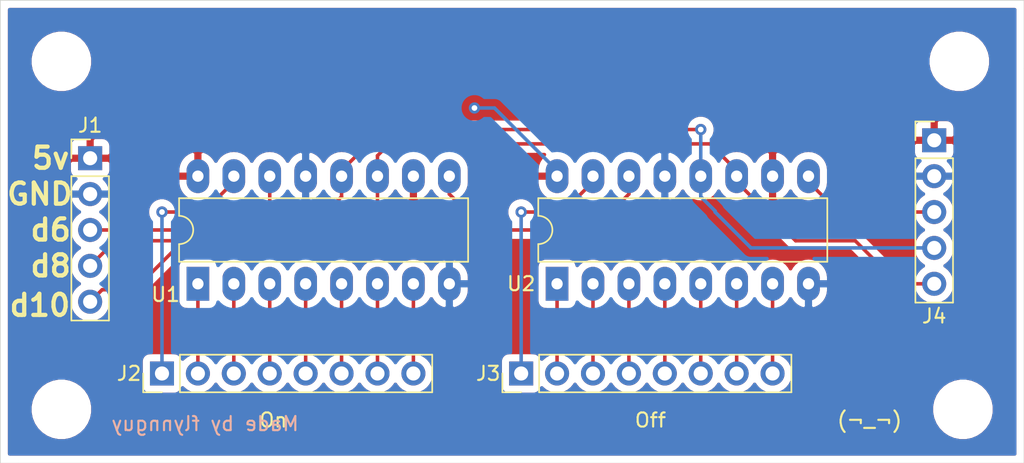
<source format=kicad_pcb>
(kicad_pcb (version 20171130) (host pcbnew "(5.1.2-1)-1")

  (general
    (thickness 1.6)
    (drawings 16)
    (tracks 75)
    (zones 0)
    (modules 10)
    (nets 24)
  )

  (page A4)
  (layers
    (0 F.Cu signal)
    (31 B.Cu signal)
    (32 B.Adhes user)
    (33 F.Adhes user)
    (34 B.Paste user)
    (35 F.Paste user)
    (36 B.SilkS user)
    (37 F.SilkS user)
    (38 B.Mask user)
    (39 F.Mask user)
    (40 Dwgs.User user)
    (41 Cmts.User user)
    (42 Eco1.User user)
    (43 Eco2.User user)
    (44 Edge.Cuts user)
    (45 Margin user)
    (46 B.CrtYd user)
    (47 F.CrtYd user)
    (48 B.Fab user)
    (49 F.Fab user)
  )

  (setup
    (last_trace_width 0.25)
    (trace_clearance 0.2)
    (zone_clearance 0.508)
    (zone_45_only no)
    (trace_min 0.2)
    (via_size 0.8)
    (via_drill 0.4)
    (via_min_size 0.4)
    (via_min_drill 0.3)
    (uvia_size 0.3)
    (uvia_drill 0.1)
    (uvias_allowed no)
    (uvia_min_size 0.2)
    (uvia_min_drill 0.1)
    (edge_width 0.05)
    (segment_width 0.2)
    (pcb_text_width 0.3)
    (pcb_text_size 1.5 1.5)
    (mod_edge_width 0.12)
    (mod_text_size 1 1)
    (mod_text_width 0.15)
    (pad_size 1.524 1.524)
    (pad_drill 0.762)
    (pad_to_mask_clearance 0.051)
    (solder_mask_min_width 0.25)
    (aux_axis_origin 0 0)
    (visible_elements FFFFFF7F)
    (pcbplotparams
      (layerselection 0x010fc_ffffffff)
      (usegerberextensions true)
      (usegerberattributes true)
      (usegerberadvancedattributes false)
      (creategerberjobfile false)
      (excludeedgelayer true)
      (linewidth 0.100000)
      (plotframeref false)
      (viasonmask false)
      (mode 1)
      (useauxorigin false)
      (hpglpennumber 1)
      (hpglpenspeed 20)
      (hpglpendiameter 15.000000)
      (psnegative false)
      (psa4output false)
      (plotreference true)
      (plotvalue false)
      (plotinvisibletext false)
      (padsonsilk false)
      (subtractmaskfromsilk true)
      (outputformat 1)
      (mirror false)
      (drillshape 0)
      (scaleselection 1)
      (outputdirectory "Gerbers/"))
  )

  (net 0 "")
  (net 1 GND)
  (net 2 +5V)
  (net 3 "Net-(J2-Pad8)")
  (net 4 "Net-(J2-Pad7)")
  (net 5 "Net-(J2-Pad6)")
  (net 6 "Net-(J2-Pad5)")
  (net 7 "Net-(J2-Pad4)")
  (net 8 "Net-(J2-Pad3)")
  (net 9 "Net-(J2-Pad2)")
  (net 10 "Net-(J2-Pad1)")
  (net 11 "Net-(J3-Pad8)")
  (net 12 "Net-(J3-Pad7)")
  (net 13 "Net-(J3-Pad6)")
  (net 14 "Net-(J3-Pad5)")
  (net 15 "Net-(J3-Pad4)")
  (net 16 "Net-(J3-Pad3)")
  (net 17 "Net-(J3-Pad2)")
  (net 18 "Net-(J3-Pad1)")
  (net 19 "Net-(J4-Pad3)")
  (net 20 "Net-(U1-Pad9)")
  (net 21 /d10)
  (net 22 /d8)
  (net 23 /d6)

  (net_class Default "This is the default net class."
    (clearance 0.2)
    (trace_width 0.25)
    (via_dia 0.8)
    (via_drill 0.4)
    (uvia_dia 0.3)
    (uvia_drill 0.1)
    (add_net +5V)
    (add_net /d10)
    (add_net /d6)
    (add_net /d8)
    (add_net GND)
    (add_net "Net-(J2-Pad1)")
    (add_net "Net-(J2-Pad2)")
    (add_net "Net-(J2-Pad3)")
    (add_net "Net-(J2-Pad4)")
    (add_net "Net-(J2-Pad5)")
    (add_net "Net-(J2-Pad6)")
    (add_net "Net-(J2-Pad7)")
    (add_net "Net-(J2-Pad8)")
    (add_net "Net-(J3-Pad1)")
    (add_net "Net-(J3-Pad2)")
    (add_net "Net-(J3-Pad3)")
    (add_net "Net-(J3-Pad4)")
    (add_net "Net-(J3-Pad5)")
    (add_net "Net-(J3-Pad6)")
    (add_net "Net-(J3-Pad7)")
    (add_net "Net-(J3-Pad8)")
    (add_net "Net-(J4-Pad3)")
    (add_net "Net-(U1-Pad9)")
  )

  (module MountingHole:MountingHole_3.2mm_M3 (layer F.Cu) (tedit 56D1B4CB) (tstamp 63FB1596)
    (at 147.828 -51.308)
    (descr "Mounting Hole 3.2mm, no annular, M3")
    (tags "mounting hole 3.2mm no annular m3")
    (attr virtual)
    (fp_text reference REF** (at 0 -4.2) (layer F.SilkS) hide
      (effects (font (size 1 1) (thickness 0.15)))
    )
    (fp_text value MountingHole_3.2mm_M3 (at 0 4.2) (layer F.Fab) hide
      (effects (font (size 1 1) (thickness 0.15)))
    )
    (fp_circle (center 0 0) (end 3.45 0) (layer F.CrtYd) (width 0.05))
    (fp_circle (center 0 0) (end 3.2 0) (layer Cmts.User) (width 0.15))
    (fp_text user %R (at 0.3 0) (layer F.Fab)
      (effects (font (size 1 1) (thickness 0.15)))
    )
    (pad 1 np_thru_hole circle (at 0 0) (size 3.2 3.2) (drill 3.2) (layers *.Cu *.Mask))
  )

  (module MountingHole:MountingHole_3.2mm_M3 (layer F.Cu) (tedit 56D1B4CB) (tstamp 63FB1570)
    (at 84.328 -51.308)
    (descr "Mounting Hole 3.2mm, no annular, M3")
    (tags "mounting hole 3.2mm no annular m3")
    (attr virtual)
    (fp_text reference REF** (at 0 -4.2) (layer F.SilkS) hide
      (effects (font (size 1 1) (thickness 0.15)))
    )
    (fp_text value MountingHole_3.2mm_M3 (at 0 4.2) (layer F.Fab) hide
      (effects (font (size 1 1) (thickness 0.15)))
    )
    (fp_circle (center 0 0) (end 3.45 0) (layer F.CrtYd) (width 0.05))
    (fp_circle (center 0 0) (end 3.2 0) (layer Cmts.User) (width 0.15))
    (fp_text user %R (at 0.3 0) (layer F.Fab)
      (effects (font (size 1 1) (thickness 0.15)))
    )
    (pad 1 np_thru_hole circle (at 0 0) (size 3.2 3.2) (drill 3.2) (layers *.Cu *.Mask))
  )

  (module MountingHole:MountingHole_3.2mm_M3 (layer F.Cu) (tedit 56D1B4CB) (tstamp 63FB1548)
    (at 84.328 -26.67)
    (descr "Mounting Hole 3.2mm, no annular, M3")
    (tags "mounting hole 3.2mm no annular m3")
    (attr virtual)
    (fp_text reference REF** (at 0 -4.2) (layer F.SilkS) hide
      (effects (font (size 1 1) (thickness 0.15)))
    )
    (fp_text value MountingHole_3.2mm_M3 (at 0 4.2) (layer F.Fab) hide
      (effects (font (size 1 1) (thickness 0.15)))
    )
    (fp_circle (center 0 0) (end 3.45 0) (layer F.CrtYd) (width 0.05))
    (fp_circle (center 0 0) (end 3.2 0) (layer Cmts.User) (width 0.15))
    (fp_text user %R (at 0.3 0) (layer F.Fab)
      (effects (font (size 1 1) (thickness 0.15)))
    )
    (pad 1 np_thru_hole circle (at 0 0) (size 3.2 3.2) (drill 3.2) (layers *.Cu *.Mask))
  )

  (module MountingHole:MountingHole_3.2mm_M3 (layer F.Cu) (tedit 56D1B4CB) (tstamp 63FB1524)
    (at 148.082 -26.67)
    (descr "Mounting Hole 3.2mm, no annular, M3")
    (tags "mounting hole 3.2mm no annular m3")
    (attr virtual)
    (fp_text reference REF** (at 0 -4.2) (layer F.SilkS) hide
      (effects (font (size 1 1) (thickness 0.15)))
    )
    (fp_text value MountingHole_3.2mm_M3 (at 0 4.2) (layer F.Fab) hide
      (effects (font (size 1 1) (thickness 0.15)))
    )
    (fp_circle (center 0 0) (end 3.45 0) (layer F.CrtYd) (width 0.05))
    (fp_circle (center 0 0) (end 3.2 0) (layer Cmts.User) (width 0.15))
    (fp_text user %R (at 0.3 0) (layer F.Fab)
      (effects (font (size 1 1) (thickness 0.15)))
    )
    (pad 1 np_thru_hole circle (at 0 0) (size 3.2 3.2) (drill 3.2) (layers *.Cu *.Mask))
  )

  (module Package_DIP:DIP-16_W7.62mm_LongPads (layer F.Cu) (tedit 5A02E8C5) (tstamp 63FAC233)
    (at 119.38 -35.56 90)
    (descr "16-lead though-hole mounted DIP package, row spacing 7.62 mm (300 mils), LongPads")
    (tags "THT DIP DIL PDIP 2.54mm 7.62mm 300mil LongPads")
    (path /63F7DB76)
    (fp_text reference U2 (at 0 -2.54 180) (layer F.SilkS)
      (effects (font (size 1 1) (thickness 0.15)))
    )
    (fp_text value 74HC595 (at 3.81 20.11 90) (layer F.Fab) hide
      (effects (font (size 1 1) (thickness 0.15)))
    )
    (fp_text user %R (at 3.81 8.89 90) (layer F.Fab)
      (effects (font (size 1 1) (thickness 0.15)))
    )
    (fp_line (start 9.1 -1.55) (end -1.45 -1.55) (layer F.CrtYd) (width 0.05))
    (fp_line (start 9.1 19.3) (end 9.1 -1.55) (layer F.CrtYd) (width 0.05))
    (fp_line (start -1.45 19.3) (end 9.1 19.3) (layer F.CrtYd) (width 0.05))
    (fp_line (start -1.45 -1.55) (end -1.45 19.3) (layer F.CrtYd) (width 0.05))
    (fp_line (start 6.06 -1.33) (end 4.81 -1.33) (layer F.SilkS) (width 0.12))
    (fp_line (start 6.06 19.11) (end 6.06 -1.33) (layer F.SilkS) (width 0.12))
    (fp_line (start 1.56 19.11) (end 6.06 19.11) (layer F.SilkS) (width 0.12))
    (fp_line (start 1.56 -1.33) (end 1.56 19.11) (layer F.SilkS) (width 0.12))
    (fp_line (start 2.81 -1.33) (end 1.56 -1.33) (layer F.SilkS) (width 0.12))
    (fp_line (start 0.635 -0.27) (end 1.635 -1.27) (layer F.Fab) (width 0.1))
    (fp_line (start 0.635 19.05) (end 0.635 -0.27) (layer F.Fab) (width 0.1))
    (fp_line (start 6.985 19.05) (end 0.635 19.05) (layer F.Fab) (width 0.1))
    (fp_line (start 6.985 -1.27) (end 6.985 19.05) (layer F.Fab) (width 0.1))
    (fp_line (start 1.635 -1.27) (end 6.985 -1.27) (layer F.Fab) (width 0.1))
    (fp_arc (start 3.81 -1.33) (end 2.81 -1.33) (angle -180) (layer F.SilkS) (width 0.12))
    (pad 16 thru_hole oval (at 7.62 0 90) (size 2.4 1.6) (drill 0.8) (layers *.Cu *.Mask)
      (net 2 +5V))
    (pad 8 thru_hole oval (at 0 17.78 90) (size 2.4 1.6) (drill 0.8) (layers *.Cu *.Mask)
      (net 1 GND))
    (pad 15 thru_hole oval (at 7.62 2.54 90) (size 2.4 1.6) (drill 0.8) (layers *.Cu *.Mask)
      (net 18 "Net-(J3-Pad1)"))
    (pad 7 thru_hole oval (at 0 15.24 90) (size 2.4 1.6) (drill 0.8) (layers *.Cu *.Mask)
      (net 11 "Net-(J3-Pad8)"))
    (pad 14 thru_hole oval (at 7.62 5.08 90) (size 2.4 1.6) (drill 0.8) (layers *.Cu *.Mask)
      (net 20 "Net-(U1-Pad9)"))
    (pad 6 thru_hole oval (at 0 12.7 90) (size 2.4 1.6) (drill 0.8) (layers *.Cu *.Mask)
      (net 12 "Net-(J3-Pad7)"))
    (pad 13 thru_hole oval (at 7.62 7.62 90) (size 2.4 1.6) (drill 0.8) (layers *.Cu *.Mask)
      (net 1 GND))
    (pad 5 thru_hole oval (at 0 10.16 90) (size 2.4 1.6) (drill 0.8) (layers *.Cu *.Mask)
      (net 13 "Net-(J3-Pad6)"))
    (pad 12 thru_hole oval (at 7.62 10.16 90) (size 2.4 1.6) (drill 0.8) (layers *.Cu *.Mask)
      (net 22 /d8))
    (pad 4 thru_hole oval (at 0 7.62 90) (size 2.4 1.6) (drill 0.8) (layers *.Cu *.Mask)
      (net 14 "Net-(J3-Pad5)"))
    (pad 11 thru_hole oval (at 7.62 12.7 90) (size 2.4 1.6) (drill 0.8) (layers *.Cu *.Mask)
      (net 21 /d10))
    (pad 3 thru_hole oval (at 0 5.08 90) (size 2.4 1.6) (drill 0.8) (layers *.Cu *.Mask)
      (net 15 "Net-(J3-Pad4)"))
    (pad 10 thru_hole oval (at 7.62 15.24 90) (size 2.4 1.6) (drill 0.8) (layers *.Cu *.Mask)
      (net 2 +5V))
    (pad 2 thru_hole oval (at 0 2.54 90) (size 2.4 1.6) (drill 0.8) (layers *.Cu *.Mask)
      (net 16 "Net-(J3-Pad3)"))
    (pad 9 thru_hole oval (at 7.62 17.78 90) (size 2.4 1.6) (drill 0.8) (layers *.Cu *.Mask)
      (net 19 "Net-(J4-Pad3)"))
    (pad 1 thru_hole rect (at 0 0 90) (size 2.4 1.6) (drill 0.8) (layers *.Cu *.Mask)
      (net 17 "Net-(J3-Pad2)"))
    (model ${KISYS3DMOD}/Package_DIP.3dshapes/DIP-16_W7.62mm.wrl
      (at (xyz 0 0 0))
      (scale (xyz 1 1 1))
      (rotate (xyz 0 0 0))
    )
  )

  (module Package_DIP:DIP-16_W7.62mm_LongPads (layer F.Cu) (tedit 5A02E8C5) (tstamp 63FAC20F)
    (at 93.98 -35.56 90)
    (descr "16-lead though-hole mounted DIP package, row spacing 7.62 mm (300 mils), LongPads")
    (tags "THT DIP DIL PDIP 2.54mm 7.62mm 300mil LongPads")
    (path /63F7CBA3)
    (fp_text reference U1 (at -0.762 -2.286 180) (layer F.SilkS)
      (effects (font (size 1 1) (thickness 0.15)))
    )
    (fp_text value 74HC595 (at 3.81 20.11 90) (layer F.Fab) hide
      (effects (font (size 1 1) (thickness 0.15)))
    )
    (fp_text user %R (at 3.81 8.89 90) (layer F.Fab)
      (effects (font (size 1 1) (thickness 0.15)))
    )
    (fp_line (start 9.1 -1.55) (end -1.45 -1.55) (layer F.CrtYd) (width 0.05))
    (fp_line (start 9.1 19.3) (end 9.1 -1.55) (layer F.CrtYd) (width 0.05))
    (fp_line (start -1.45 19.3) (end 9.1 19.3) (layer F.CrtYd) (width 0.05))
    (fp_line (start -1.45 -1.55) (end -1.45 19.3) (layer F.CrtYd) (width 0.05))
    (fp_line (start 6.06 -1.33) (end 4.81 -1.33) (layer F.SilkS) (width 0.12))
    (fp_line (start 6.06 19.11) (end 6.06 -1.33) (layer F.SilkS) (width 0.12))
    (fp_line (start 1.56 19.11) (end 6.06 19.11) (layer F.SilkS) (width 0.12))
    (fp_line (start 1.56 -1.33) (end 1.56 19.11) (layer F.SilkS) (width 0.12))
    (fp_line (start 2.81 -1.33) (end 1.56 -1.33) (layer F.SilkS) (width 0.12))
    (fp_line (start 0.635 -0.27) (end 1.635 -1.27) (layer F.Fab) (width 0.1))
    (fp_line (start 0.635 19.05) (end 0.635 -0.27) (layer F.Fab) (width 0.1))
    (fp_line (start 6.985 19.05) (end 0.635 19.05) (layer F.Fab) (width 0.1))
    (fp_line (start 6.985 -1.27) (end 6.985 19.05) (layer F.Fab) (width 0.1))
    (fp_line (start 1.635 -1.27) (end 6.985 -1.27) (layer F.Fab) (width 0.1))
    (fp_arc (start 3.81 -1.33) (end 2.81 -1.33) (angle -180) (layer F.SilkS) (width 0.12))
    (pad 16 thru_hole oval (at 7.62 0 90) (size 2.4 1.6) (drill 0.8) (layers *.Cu *.Mask)
      (net 2 +5V))
    (pad 8 thru_hole oval (at 0 17.78 90) (size 2.4 1.6) (drill 0.8) (layers *.Cu *.Mask)
      (net 1 GND))
    (pad 15 thru_hole oval (at 7.62 2.54 90) (size 2.4 1.6) (drill 0.8) (layers *.Cu *.Mask)
      (net 10 "Net-(J2-Pad1)"))
    (pad 7 thru_hole oval (at 0 15.24 90) (size 2.4 1.6) (drill 0.8) (layers *.Cu *.Mask)
      (net 3 "Net-(J2-Pad8)"))
    (pad 14 thru_hole oval (at 7.62 5.08 90) (size 2.4 1.6) (drill 0.8) (layers *.Cu *.Mask)
      (net 23 /d6))
    (pad 6 thru_hole oval (at 0 12.7 90) (size 2.4 1.6) (drill 0.8) (layers *.Cu *.Mask)
      (net 4 "Net-(J2-Pad7)"))
    (pad 13 thru_hole oval (at 7.62 7.62 90) (size 2.4 1.6) (drill 0.8) (layers *.Cu *.Mask)
      (net 1 GND))
    (pad 5 thru_hole oval (at 0 10.16 90) (size 2.4 1.6) (drill 0.8) (layers *.Cu *.Mask)
      (net 5 "Net-(J2-Pad6)"))
    (pad 12 thru_hole oval (at 7.62 10.16 90) (size 2.4 1.6) (drill 0.8) (layers *.Cu *.Mask)
      (net 22 /d8))
    (pad 4 thru_hole oval (at 0 7.62 90) (size 2.4 1.6) (drill 0.8) (layers *.Cu *.Mask)
      (net 6 "Net-(J2-Pad5)"))
    (pad 11 thru_hole oval (at 7.62 12.7 90) (size 2.4 1.6) (drill 0.8) (layers *.Cu *.Mask)
      (net 21 /d10))
    (pad 3 thru_hole oval (at 0 5.08 90) (size 2.4 1.6) (drill 0.8) (layers *.Cu *.Mask)
      (net 7 "Net-(J2-Pad4)"))
    (pad 10 thru_hole oval (at 7.62 15.24 90) (size 2.4 1.6) (drill 0.8) (layers *.Cu *.Mask)
      (net 2 +5V))
    (pad 2 thru_hole oval (at 0 2.54 90) (size 2.4 1.6) (drill 0.8) (layers *.Cu *.Mask)
      (net 8 "Net-(J2-Pad3)"))
    (pad 9 thru_hole oval (at 7.62 17.78 90) (size 2.4 1.6) (drill 0.8) (layers *.Cu *.Mask)
      (net 20 "Net-(U1-Pad9)"))
    (pad 1 thru_hole rect (at 0 0 90) (size 2.4 1.6) (drill 0.8) (layers *.Cu *.Mask)
      (net 9 "Net-(J2-Pad2)"))
    (model ${KISYS3DMOD}/Package_DIP.3dshapes/DIP-16_W7.62mm.wrl
      (at (xyz 0 0 0))
      (scale (xyz 1 1 1))
      (rotate (xyz 0 0 0))
    )
  )

  (module Connector_PinHeader_2.54mm:PinHeader_1x05_P2.54mm_Vertical (layer F.Cu) (tedit 59FED5CC) (tstamp 63FAC1EB)
    (at 146.05 -45.72)
    (descr "Through hole straight pin header, 1x05, 2.54mm pitch, single row")
    (tags "Through hole pin header THT 1x05 2.54mm single row")
    (path /63FACC64)
    (fp_text reference J4 (at 0 12.446) (layer F.SilkS)
      (effects (font (size 1 1) (thickness 0.15)))
    )
    (fp_text value Conn_01x05 (at 0 12.49) (layer F.Fab) hide
      (effects (font (size 1 1) (thickness 0.15)))
    )
    (fp_text user %R (at 0 5.08 90) (layer F.Fab)
      (effects (font (size 1 1) (thickness 0.15)))
    )
    (fp_line (start 1.8 -1.8) (end -1.8 -1.8) (layer F.CrtYd) (width 0.05))
    (fp_line (start 1.8 11.95) (end 1.8 -1.8) (layer F.CrtYd) (width 0.05))
    (fp_line (start -1.8 11.95) (end 1.8 11.95) (layer F.CrtYd) (width 0.05))
    (fp_line (start -1.8 -1.8) (end -1.8 11.95) (layer F.CrtYd) (width 0.05))
    (fp_line (start -1.33 -1.33) (end 0 -1.33) (layer F.SilkS) (width 0.12))
    (fp_line (start -1.33 0) (end -1.33 -1.33) (layer F.SilkS) (width 0.12))
    (fp_line (start -1.33 1.27) (end 1.33 1.27) (layer F.SilkS) (width 0.12))
    (fp_line (start 1.33 1.27) (end 1.33 11.49) (layer F.SilkS) (width 0.12))
    (fp_line (start -1.33 1.27) (end -1.33 11.49) (layer F.SilkS) (width 0.12))
    (fp_line (start -1.33 11.49) (end 1.33 11.49) (layer F.SilkS) (width 0.12))
    (fp_line (start -1.27 -0.635) (end -0.635 -1.27) (layer F.Fab) (width 0.1))
    (fp_line (start -1.27 11.43) (end -1.27 -0.635) (layer F.Fab) (width 0.1))
    (fp_line (start 1.27 11.43) (end -1.27 11.43) (layer F.Fab) (width 0.1))
    (fp_line (start 1.27 -1.27) (end 1.27 11.43) (layer F.Fab) (width 0.1))
    (fp_line (start -0.635 -1.27) (end 1.27 -1.27) (layer F.Fab) (width 0.1))
    (pad 5 thru_hole oval (at 0 10.16) (size 1.7 1.7) (drill 1) (layers *.Cu *.Mask)
      (net 21 /d10))
    (pad 4 thru_hole oval (at 0 7.62) (size 1.7 1.7) (drill 1) (layers *.Cu *.Mask)
      (net 22 /d8))
    (pad 3 thru_hole oval (at 0 5.08) (size 1.7 1.7) (drill 1) (layers *.Cu *.Mask)
      (net 19 "Net-(J4-Pad3)"))
    (pad 2 thru_hole oval (at 0 2.54) (size 1.7 1.7) (drill 1) (layers *.Cu *.Mask)
      (net 1 GND))
    (pad 1 thru_hole rect (at 0 0) (size 1.7 1.7) (drill 1) (layers *.Cu *.Mask)
      (net 2 +5V))
    (model ${KISYS3DMOD}/Connector_PinHeader_2.54mm.3dshapes/PinHeader_1x05_P2.54mm_Vertical.wrl
      (at (xyz 0 0 0))
      (scale (xyz 1 1 1))
      (rotate (xyz 0 0 0))
    )
  )

  (module Connector_PinHeader_2.54mm:PinHeader_1x08_P2.54mm_Vertical (layer F.Cu) (tedit 59FED5CC) (tstamp 63FAC1D2)
    (at 116.84 -29.21 90)
    (descr "Through hole straight pin header, 1x08, 2.54mm pitch, single row")
    (tags "Through hole pin header THT 1x08 2.54mm single row")
    (path /63F9350F)
    (fp_text reference J3 (at 0 -2.33 180) (layer F.SilkS)
      (effects (font (size 1 1) (thickness 0.15)))
    )
    (fp_text value Conn_01x08 (at 0 20.11 90) (layer F.Fab) hide
      (effects (font (size 1 1) (thickness 0.15)))
    )
    (fp_text user %R (at 0 8.89) (layer F.Fab)
      (effects (font (size 1 1) (thickness 0.15)))
    )
    (fp_line (start 1.8 -1.8) (end -1.8 -1.8) (layer F.CrtYd) (width 0.05))
    (fp_line (start 1.8 19.55) (end 1.8 -1.8) (layer F.CrtYd) (width 0.05))
    (fp_line (start -1.8 19.55) (end 1.8 19.55) (layer F.CrtYd) (width 0.05))
    (fp_line (start -1.8 -1.8) (end -1.8 19.55) (layer F.CrtYd) (width 0.05))
    (fp_line (start -1.33 -1.33) (end 0 -1.33) (layer F.SilkS) (width 0.12))
    (fp_line (start -1.33 0) (end -1.33 -1.33) (layer F.SilkS) (width 0.12))
    (fp_line (start -1.33 1.27) (end 1.33 1.27) (layer F.SilkS) (width 0.12))
    (fp_line (start 1.33 1.27) (end 1.33 19.11) (layer F.SilkS) (width 0.12))
    (fp_line (start -1.33 1.27) (end -1.33 19.11) (layer F.SilkS) (width 0.12))
    (fp_line (start -1.33 19.11) (end 1.33 19.11) (layer F.SilkS) (width 0.12))
    (fp_line (start -1.27 -0.635) (end -0.635 -1.27) (layer F.Fab) (width 0.1))
    (fp_line (start -1.27 19.05) (end -1.27 -0.635) (layer F.Fab) (width 0.1))
    (fp_line (start 1.27 19.05) (end -1.27 19.05) (layer F.Fab) (width 0.1))
    (fp_line (start 1.27 -1.27) (end 1.27 19.05) (layer F.Fab) (width 0.1))
    (fp_line (start -0.635 -1.27) (end 1.27 -1.27) (layer F.Fab) (width 0.1))
    (pad 8 thru_hole oval (at 0 17.78 90) (size 1.7 1.7) (drill 1) (layers *.Cu *.Mask)
      (net 11 "Net-(J3-Pad8)"))
    (pad 7 thru_hole oval (at 0 15.24 90) (size 1.7 1.7) (drill 1) (layers *.Cu *.Mask)
      (net 12 "Net-(J3-Pad7)"))
    (pad 6 thru_hole oval (at 0 12.7 90) (size 1.7 1.7) (drill 1) (layers *.Cu *.Mask)
      (net 13 "Net-(J3-Pad6)"))
    (pad 5 thru_hole oval (at 0 10.16 90) (size 1.7 1.7) (drill 1) (layers *.Cu *.Mask)
      (net 14 "Net-(J3-Pad5)"))
    (pad 4 thru_hole oval (at 0 7.62 90) (size 1.7 1.7) (drill 1) (layers *.Cu *.Mask)
      (net 15 "Net-(J3-Pad4)"))
    (pad 3 thru_hole oval (at 0 5.08 90) (size 1.7 1.7) (drill 1) (layers *.Cu *.Mask)
      (net 16 "Net-(J3-Pad3)"))
    (pad 2 thru_hole oval (at 0 2.54 90) (size 1.7 1.7) (drill 1) (layers *.Cu *.Mask)
      (net 17 "Net-(J3-Pad2)"))
    (pad 1 thru_hole rect (at 0 0 90) (size 1.7 1.7) (drill 1) (layers *.Cu *.Mask)
      (net 18 "Net-(J3-Pad1)"))
    (model ${KISYS3DMOD}/Connector_PinHeader_2.54mm.3dshapes/PinHeader_1x08_P2.54mm_Vertical.wrl
      (at (xyz 0 0 0))
      (scale (xyz 1 1 1))
      (rotate (xyz 0 0 0))
    )
  )

  (module Connector_PinHeader_2.54mm:PinHeader_1x08_P2.54mm_Vertical (layer F.Cu) (tedit 59FED5CC) (tstamp 63FAC1B6)
    (at 91.44 -29.21 90)
    (descr "Through hole straight pin header, 1x08, 2.54mm pitch, single row")
    (tags "Through hole pin header THT 1x08 2.54mm single row")
    (path /63F8AAE4)
    (fp_text reference J2 (at 0 -2.33 180) (layer F.SilkS)
      (effects (font (size 1 1) (thickness 0.15)))
    )
    (fp_text value Conn_01x08 (at 0 20.11 90) (layer F.Fab) hide
      (effects (font (size 1 1) (thickness 0.15)))
    )
    (fp_text user %R (at 0 8.89) (layer F.Fab)
      (effects (font (size 1 1) (thickness 0.15)))
    )
    (fp_line (start 1.8 -1.8) (end -1.8 -1.8) (layer F.CrtYd) (width 0.05))
    (fp_line (start 1.8 19.55) (end 1.8 -1.8) (layer F.CrtYd) (width 0.05))
    (fp_line (start -1.8 19.55) (end 1.8 19.55) (layer F.CrtYd) (width 0.05))
    (fp_line (start -1.8 -1.8) (end -1.8 19.55) (layer F.CrtYd) (width 0.05))
    (fp_line (start -1.33 -1.33) (end 0 -1.33) (layer F.SilkS) (width 0.12))
    (fp_line (start -1.33 0) (end -1.33 -1.33) (layer F.SilkS) (width 0.12))
    (fp_line (start -1.33 1.27) (end 1.33 1.27) (layer F.SilkS) (width 0.12))
    (fp_line (start 1.33 1.27) (end 1.33 19.11) (layer F.SilkS) (width 0.12))
    (fp_line (start -1.33 1.27) (end -1.33 19.11) (layer F.SilkS) (width 0.12))
    (fp_line (start -1.33 19.11) (end 1.33 19.11) (layer F.SilkS) (width 0.12))
    (fp_line (start -1.27 -0.635) (end -0.635 -1.27) (layer F.Fab) (width 0.1))
    (fp_line (start -1.27 19.05) (end -1.27 -0.635) (layer F.Fab) (width 0.1))
    (fp_line (start 1.27 19.05) (end -1.27 19.05) (layer F.Fab) (width 0.1))
    (fp_line (start 1.27 -1.27) (end 1.27 19.05) (layer F.Fab) (width 0.1))
    (fp_line (start -0.635 -1.27) (end 1.27 -1.27) (layer F.Fab) (width 0.1))
    (pad 8 thru_hole oval (at 0 17.78 90) (size 1.7 1.7) (drill 1) (layers *.Cu *.Mask)
      (net 3 "Net-(J2-Pad8)"))
    (pad 7 thru_hole oval (at 0 15.24 90) (size 1.7 1.7) (drill 1) (layers *.Cu *.Mask)
      (net 4 "Net-(J2-Pad7)"))
    (pad 6 thru_hole oval (at 0 12.7 90) (size 1.7 1.7) (drill 1) (layers *.Cu *.Mask)
      (net 5 "Net-(J2-Pad6)"))
    (pad 5 thru_hole oval (at 0 10.16 90) (size 1.7 1.7) (drill 1) (layers *.Cu *.Mask)
      (net 6 "Net-(J2-Pad5)"))
    (pad 4 thru_hole oval (at 0 7.62 90) (size 1.7 1.7) (drill 1) (layers *.Cu *.Mask)
      (net 7 "Net-(J2-Pad4)"))
    (pad 3 thru_hole oval (at 0 5.08 90) (size 1.7 1.7) (drill 1) (layers *.Cu *.Mask)
      (net 8 "Net-(J2-Pad3)"))
    (pad 2 thru_hole oval (at 0 2.54 90) (size 1.7 1.7) (drill 1) (layers *.Cu *.Mask)
      (net 9 "Net-(J2-Pad2)"))
    (pad 1 thru_hole rect (at 0 0 90) (size 1.7 1.7) (drill 1) (layers *.Cu *.Mask)
      (net 10 "Net-(J2-Pad1)"))
    (model ${KISYS3DMOD}/Connector_PinHeader_2.54mm.3dshapes/PinHeader_1x08_P2.54mm_Vertical.wrl
      (at (xyz 0 0 0))
      (scale (xyz 1 1 1))
      (rotate (xyz 0 0 0))
    )
  )

  (module Connector_PinHeader_2.54mm:PinHeader_1x05_P2.54mm_Vertical (layer F.Cu) (tedit 59FED5CC) (tstamp 63FAC19A)
    (at 86.36 -44.45)
    (descr "Through hole straight pin header, 1x05, 2.54mm pitch, single row")
    (tags "Through hole pin header THT 1x05 2.54mm single row")
    (path /63FAD7BA)
    (fp_text reference J1 (at 0 -2.33) (layer F.SilkS)
      (effects (font (size 1 1) (thickness 0.15)))
    )
    (fp_text value Conn_01x05 (at 0 12.49) (layer F.Fab) hide
      (effects (font (size 1 1) (thickness 0.15)))
    )
    (fp_text user %R (at 0 5.08 90) (layer F.Fab)
      (effects (font (size 1 1) (thickness 0.15)))
    )
    (fp_line (start 1.8 -1.8) (end -1.8 -1.8) (layer F.CrtYd) (width 0.05))
    (fp_line (start 1.8 11.95) (end 1.8 -1.8) (layer F.CrtYd) (width 0.05))
    (fp_line (start -1.8 11.95) (end 1.8 11.95) (layer F.CrtYd) (width 0.05))
    (fp_line (start -1.8 -1.8) (end -1.8 11.95) (layer F.CrtYd) (width 0.05))
    (fp_line (start -1.33 -1.33) (end 0 -1.33) (layer F.SilkS) (width 0.12))
    (fp_line (start -1.33 0) (end -1.33 -1.33) (layer F.SilkS) (width 0.12))
    (fp_line (start -1.33 1.27) (end 1.33 1.27) (layer F.SilkS) (width 0.12))
    (fp_line (start 1.33 1.27) (end 1.33 11.49) (layer F.SilkS) (width 0.12))
    (fp_line (start -1.33 1.27) (end -1.33 11.49) (layer F.SilkS) (width 0.12))
    (fp_line (start -1.33 11.49) (end 1.33 11.49) (layer F.SilkS) (width 0.12))
    (fp_line (start -1.27 -0.635) (end -0.635 -1.27) (layer F.Fab) (width 0.1))
    (fp_line (start -1.27 11.43) (end -1.27 -0.635) (layer F.Fab) (width 0.1))
    (fp_line (start 1.27 11.43) (end -1.27 11.43) (layer F.Fab) (width 0.1))
    (fp_line (start 1.27 -1.27) (end 1.27 11.43) (layer F.Fab) (width 0.1))
    (fp_line (start -0.635 -1.27) (end 1.27 -1.27) (layer F.Fab) (width 0.1))
    (pad 5 thru_hole oval (at 0 10.16) (size 1.7 1.7) (drill 1) (layers *.Cu *.Mask)
      (net 21 /d10))
    (pad 4 thru_hole oval (at 0 7.62) (size 1.7 1.7) (drill 1) (layers *.Cu *.Mask)
      (net 22 /d8))
    (pad 3 thru_hole oval (at 0 5.08) (size 1.7 1.7) (drill 1) (layers *.Cu *.Mask)
      (net 23 /d6))
    (pad 2 thru_hole oval (at 0 2.54) (size 1.7 1.7) (drill 1) (layers *.Cu *.Mask)
      (net 1 GND))
    (pad 1 thru_hole rect (at 0 0) (size 1.7 1.7) (drill 1) (layers *.Cu *.Mask)
      (net 2 +5V))
    (model ${KISYS3DMOD}/Connector_PinHeader_2.54mm.3dshapes/PinHeader_1x05_P2.54mm_Vertical.wrl
      (at (xyz 0 0 0))
      (scale (xyz 1 1 1))
      (rotate (xyz 0 0 0))
    )
  )

  (gr_text "(¬_¬)" (at 141.478 -25.908) (layer F.SilkS)
    (effects (font (size 1 1) (thickness 0.15)))
  )
  (gr_text Off (at 125.984 -25.908) (layer F.SilkS)
    (effects (font (size 1 1) (thickness 0.15)))
  )
  (gr_text On (at 99.314 -25.908) (layer F.SilkS)
    (effects (font (size 1 1) (thickness 0.15)))
  )
  (gr_text "Made by flynnguy" (at 94.488 -25.654) (layer B.SilkS)
    (effects (font (size 1 1) (thickness 0.15)) (justify mirror))
  )
  (gr_line (start 152.4 -55.626) (end 152.4 -50.8) (layer Edge.Cuts) (width 0.05) (tstamp 63FB1572))
  (gr_line (start 80.01 -55.626) (end 80.01 -50.8) (layer Edge.Cuts) (width 0.05) (tstamp 63FB1571))
  (gr_text GND (at 82.804 -41.91) (layer F.SilkS)
    (effects (font (size 1.5 1.5) (thickness 0.3)))
  )
  (gr_text 5v (at 83.566 -44.45) (layer F.SilkS)
    (effects (font (size 1.5 1.5) (thickness 0.3)))
  )
  (gr_text d10 (at 82.804 -34.036) (layer F.SilkS)
    (effects (font (size 1.5 1.5) (thickness 0.3)))
  )
  (gr_text d8 (at 83.566 -36.83) (layer F.SilkS)
    (effects (font (size 1.5 1.5) (thickness 0.3)))
  )
  (gr_text d6 (at 83.566 -39.37) (layer F.SilkS)
    (effects (font (size 1.5 1.5) (thickness 0.3)))
  )
  (gr_line (start 80.01 -22.86) (end 80.01 -50.8) (layer Edge.Cuts) (width 0.05) (tstamp 63FAC9AB))
  (gr_line (start 81.28 -22.86) (end 80.01 -22.86) (layer Edge.Cuts) (width 0.05))
  (gr_line (start 152.4 -22.86) (end 81.28 -22.86) (layer Edge.Cuts) (width 0.05))
  (gr_line (start 152.4 -50.8) (end 152.4 -22.86) (layer Edge.Cuts) (width 0.05))
  (gr_line (start 80.01 -55.626) (end 152.4 -55.626) (layer Edge.Cuts) (width 0.05))

  (segment (start 146.05 -43.18) (end 147.32 -43.18) (width 0.25) (layer F.Cu) (net 1))
  (segment (start 119.38 -43.58) (end 114.954 -48.006) (width 0.25) (layer B.Cu) (net 2))
  (segment (start 119.38 -43.18) (end 119.38 -43.58) (width 0.25) (layer B.Cu) (net 2))
  (segment (start 114.954 -48.006) (end 113.538 -48.006) (width 0.25) (layer B.Cu) (net 2))
  (via (at 113.538 -48.006) (size 0.8) (drill 0.4) (layers F.Cu B.Cu) (net 2))
  (segment (start 109.22 -35.56) (end 109.22 -29.21) (width 0.25) (layer F.Cu) (net 3))
  (segment (start 106.68 -35.56) (end 106.68 -29.21) (width 0.25) (layer F.Cu) (net 4))
  (segment (start 104.14 -35.56) (end 104.14 -29.21) (width 0.25) (layer F.Cu) (net 5))
  (segment (start 101.6 -35.56) (end 101.6 -29.21) (width 0.25) (layer F.Cu) (net 6))
  (segment (start 99.06 -35.56) (end 99.06 -29.21) (width 0.25) (layer F.Cu) (net 7))
  (segment (start 96.52 -35.56) (end 96.52 -29.21) (width 0.25) (layer F.Cu) (net 8))
  (segment (start 93.98 -35.56) (end 93.98 -29.21) (width 0.25) (layer F.Cu) (net 9))
  (segment (start 96.52 -42.78) (end 94.38 -40.64) (width 0.25) (layer F.Cu) (net 10))
  (segment (start 96.52 -43.18) (end 96.52 -42.78) (width 0.25) (layer F.Cu) (net 10))
  (segment (start 94.38 -40.64) (end 91.44 -40.64) (width 0.25) (layer F.Cu) (net 10))
  (via (at 91.44 -40.64) (size 0.8) (drill 0.4) (layers F.Cu B.Cu) (net 10))
  (segment (start 91.44 -40.64) (end 91.44 -29.21) (width 0.25) (layer B.Cu) (net 10))
  (segment (start 134.62 -35.56) (end 134.62 -29.21) (width 0.25) (layer F.Cu) (net 11))
  (segment (start 132.08 -35.56) (end 132.08 -29.21) (width 0.25) (layer F.Cu) (net 12))
  (segment (start 129.54 -35.56) (end 129.54 -29.21) (width 0.25) (layer F.Cu) (net 13))
  (segment (start 127 -35.56) (end 127 -29.21) (width 0.25) (layer F.Cu) (net 14))
  (segment (start 124.46 -35.56) (end 124.46 -29.21) (width 0.25) (layer F.Cu) (net 15))
  (segment (start 121.92 -35.56) (end 121.92 -29.21) (width 0.25) (layer F.Cu) (net 16))
  (segment (start 119.38 -35.56) (end 119.38 -29.21) (width 0.25) (layer F.Cu) (net 17))
  (via (at 116.84 -40.64) (size 0.8) (drill 0.4) (layers F.Cu B.Cu) (net 18))
  (segment (start 119.78 -40.64) (end 116.84 -40.64) (width 0.25) (layer F.Cu) (net 18))
  (segment (start 121.92 -42.78) (end 119.78 -40.64) (width 0.25) (layer F.Cu) (net 18))
  (segment (start 121.92 -43.18) (end 121.92 -42.78) (width 0.25) (layer F.Cu) (net 18))
  (segment (start 116.84 -40.64) (end 116.84 -29.21) (width 0.25) (layer B.Cu) (net 18))
  (segment (start 137.16 -42.78) (end 139.3 -40.64) (width 0.25) (layer F.Cu) (net 19))
  (segment (start 137.16 -43.18) (end 137.16 -42.78) (width 0.25) (layer F.Cu) (net 19))
  (segment (start 139.3 -40.64) (end 146.05 -40.64) (width 0.25) (layer F.Cu) (net 19))
  (segment (start 124.46 -42.78) (end 124.46 -43.18) (width 0.25) (layer F.Cu) (net 20))
  (segment (start 121.92 -39.37) (end 124.46 -41.91) (width 0.25) (layer F.Cu) (net 20))
  (segment (start 124.46 -41.91) (end 124.46 -43.18) (width 0.25) (layer F.Cu) (net 20))
  (segment (start 114.3 -39.37) (end 121.92 -39.37) (width 0.25) (layer F.Cu) (net 20))
  (segment (start 111.76 -41.91) (end 114.3 -39.37) (width 0.25) (layer F.Cu) (net 20))
  (segment (start 111.76 -43.18) (end 111.76 -41.91) (width 0.25) (layer F.Cu) (net 20))
  (segment (start 89.495999 -35.139999) (end 92.202 -37.846) (width 0.25) (layer F.Cu) (net 21))
  (segment (start 103.632 -37.846) (end 106.68 -40.894) (width 0.25) (layer F.Cu) (net 21))
  (segment (start 106.68 -40.894) (end 106.68 -43.18) (width 0.25) (layer F.Cu) (net 21))
  (segment (start 92.202 -37.846) (end 103.632 -37.846) (width 0.25) (layer F.Cu) (net 21))
  (segment (start 87.209999 -35.139999) (end 89.495999 -35.139999) (width 0.25) (layer F.Cu) (net 21))
  (segment (start 86.36 -34.29) (end 87.209999 -35.139999) (width 0.25) (layer F.Cu) (net 21))
  (segment (start 132.08 -43.58) (end 132.08 -43.18) (width 0.25) (layer F.Cu) (net 21))
  (segment (start 107.516 -45.466) (end 130.194 -45.466) (width 0.25) (layer F.Cu) (net 21))
  (segment (start 130.194 -45.466) (end 132.08 -43.58) (width 0.25) (layer F.Cu) (net 21))
  (segment (start 106.68 -44.63) (end 107.516 -45.466) (width 0.25) (layer F.Cu) (net 21))
  (segment (start 106.68 -43.18) (end 106.68 -44.63) (width 0.25) (layer F.Cu) (net 21))
  (segment (start 140.462 -38.608) (end 143.51 -35.56) (width 0.25) (layer F.Cu) (net 21))
  (segment (start 136.252 -38.608) (end 140.462 -38.608) (width 0.25) (layer F.Cu) (net 21))
  (segment (start 143.51 -35.56) (end 146.05 -35.56) (width 0.25) (layer F.Cu) (net 21))
  (segment (start 132.08 -42.78) (end 136.252 -38.608) (width 0.25) (layer F.Cu) (net 21))
  (segment (start 132.08 -43.18) (end 132.08 -42.78) (width 0.25) (layer F.Cu) (net 21))
  (segment (start 104.14 -41.73) (end 104.14 -43.18) (width 0.25) (layer F.Cu) (net 22))
  (segment (start 103.632 -41.402) (end 103.812 -41.402) (width 0.25) (layer F.Cu) (net 22))
  (segment (start 86.36 -36.83) (end 88.138 -38.608) (width 0.25) (layer F.Cu) (net 22))
  (segment (start 100.838 -38.608) (end 103.632 -41.402) (width 0.25) (layer F.Cu) (net 22))
  (segment (start 103.812 -41.402) (end 104.14 -41.73) (width 0.25) (layer F.Cu) (net 22))
  (segment (start 88.138 -38.608) (end 100.838 -38.608) (width 0.25) (layer F.Cu) (net 22))
  (segment (start 104.14 -43.58) (end 107.042 -46.482) (width 0.25) (layer F.Cu) (net 22))
  (segment (start 104.14 -43.18) (end 104.14 -43.58) (width 0.25) (layer F.Cu) (net 22))
  (segment (start 107.042 -46.482) (end 108.204 -46.482) (width 0.25) (layer F.Cu) (net 22))
  (segment (start 108.204 -46.482) (end 129.54 -46.482) (width 0.25) (layer F.Cu) (net 22))
  (via (at 129.54 -46.482) (size 0.8) (drill 0.4) (layers F.Cu B.Cu) (net 22))
  (segment (start 129.54 -46.482) (end 129.54 -43.18) (width 0.25) (layer B.Cu) (net 22))
  (segment (start 133.096 -38.1) (end 146.05 -38.1) (width 0.25) (layer B.Cu) (net 22))
  (segment (start 130.556 -40.64) (end 133.096 -38.1) (width 0.25) (layer B.Cu) (net 22))
  (segment (start 130.556 -40.714) (end 130.556 -40.64) (width 0.25) (layer B.Cu) (net 22))
  (segment (start 129.54 -41.73) (end 130.556 -40.714) (width 0.25) (layer B.Cu) (net 22))
  (segment (start 129.54 -43.18) (end 129.54 -41.73) (width 0.25) (layer B.Cu) (net 22))
  (segment (start 99.06 -42.78) (end 99.06 -43.18) (width 0.25) (layer F.Cu) (net 23))
  (segment (start 99.06 -40.64) (end 99.06 -43.18) (width 0.25) (layer F.Cu) (net 23))
  (segment (start 97.79 -39.37) (end 99.06 -40.64) (width 0.25) (layer F.Cu) (net 23))
  (segment (start 86.36 -39.37) (end 97.79 -39.37) (width 0.25) (layer F.Cu) (net 23))

  (zone (net 2) (net_name +5V) (layer F.Cu) (tstamp 63FB1E20) (hatch edge 0.508)
    (connect_pads (clearance 0.508))
    (min_thickness 0.254)
    (fill yes (arc_segments 32) (thermal_gap 0.508) (thermal_bridge_width 0.508))
    (polygon
      (pts
        (xy 152.4 -55.626) (xy 152.4 -22.86) (xy 80.01 -22.86) (xy 80.01 -55.626)
      )
    )
    (filled_polygon
      (pts
        (xy 151.740001 -50.832428) (xy 151.74 -50.832418) (xy 151.740001 -23.52) (xy 80.67 -23.52) (xy 80.67 -26.890128)
        (xy 82.093 -26.890128) (xy 82.093 -26.449872) (xy 82.17889 -26.018075) (xy 82.347369 -25.611331) (xy 82.591962 -25.245271)
        (xy 82.903271 -24.933962) (xy 83.269331 -24.689369) (xy 83.676075 -24.52089) (xy 84.107872 -24.435) (xy 84.548128 -24.435)
        (xy 84.979925 -24.52089) (xy 85.386669 -24.689369) (xy 85.752729 -24.933962) (xy 86.064038 -25.245271) (xy 86.308631 -25.611331)
        (xy 86.47711 -26.018075) (xy 86.563 -26.449872) (xy 86.563 -26.890128) (xy 145.847 -26.890128) (xy 145.847 -26.449872)
        (xy 145.93289 -26.018075) (xy 146.101369 -25.611331) (xy 146.345962 -25.245271) (xy 146.657271 -24.933962) (xy 147.023331 -24.689369)
        (xy 147.430075 -24.52089) (xy 147.861872 -24.435) (xy 148.302128 -24.435) (xy 148.733925 -24.52089) (xy 149.140669 -24.689369)
        (xy 149.506729 -24.933962) (xy 149.818038 -25.245271) (xy 150.062631 -25.611331) (xy 150.23111 -26.018075) (xy 150.317 -26.449872)
        (xy 150.317 -26.890128) (xy 150.23111 -27.321925) (xy 150.062631 -27.728669) (xy 149.818038 -28.094729) (xy 149.506729 -28.406038)
        (xy 149.140669 -28.650631) (xy 148.733925 -28.81911) (xy 148.302128 -28.905) (xy 147.861872 -28.905) (xy 147.430075 -28.81911)
        (xy 147.023331 -28.650631) (xy 146.657271 -28.406038) (xy 146.345962 -28.094729) (xy 146.101369 -27.728669) (xy 145.93289 -27.321925)
        (xy 145.847 -26.890128) (xy 86.563 -26.890128) (xy 86.47711 -27.321925) (xy 86.308631 -27.728669) (xy 86.064038 -28.094729)
        (xy 85.752729 -28.406038) (xy 85.386669 -28.650631) (xy 84.979925 -28.81911) (xy 84.548128 -28.905) (xy 84.107872 -28.905)
        (xy 83.676075 -28.81911) (xy 83.269331 -28.650631) (xy 82.903271 -28.406038) (xy 82.591962 -28.094729) (xy 82.347369 -27.728669)
        (xy 82.17889 -27.321925) (xy 82.093 -26.890128) (xy 80.67 -26.890128) (xy 80.67 -41.91) (xy 84.867815 -41.91)
        (xy 84.896487 -41.618889) (xy 84.981401 -41.338966) (xy 85.119294 -41.080986) (xy 85.304866 -40.854866) (xy 85.530986 -40.669294)
        (xy 85.585791 -40.64) (xy 85.530986 -40.610706) (xy 85.304866 -40.425134) (xy 85.119294 -40.199014) (xy 84.981401 -39.941034)
        (xy 84.896487 -39.661111) (xy 84.867815 -39.37) (xy 84.896487 -39.078889) (xy 84.981401 -38.798966) (xy 85.119294 -38.540986)
        (xy 85.304866 -38.314866) (xy 85.530986 -38.129294) (xy 85.585791 -38.1) (xy 85.530986 -38.070706) (xy 85.304866 -37.885134)
        (xy 85.119294 -37.659014) (xy 84.981401 -37.401034) (xy 84.896487 -37.121111) (xy 84.867815 -36.83) (xy 84.896487 -36.538889)
        (xy 84.981401 -36.258966) (xy 85.119294 -36.000986) (xy 85.304866 -35.774866) (xy 85.530986 -35.589294) (xy 85.585791 -35.56)
        (xy 85.530986 -35.530706) (xy 85.304866 -35.345134) (xy 85.119294 -35.119014) (xy 84.981401 -34.861034) (xy 84.896487 -34.581111)
        (xy 84.867815 -34.29) (xy 84.896487 -33.998889) (xy 84.981401 -33.718966) (xy 85.119294 -33.460986) (xy 85.304866 -33.234866)
        (xy 85.530986 -33.049294) (xy 85.788966 -32.911401) (xy 86.068889 -32.826487) (xy 86.28705 -32.805) (xy 86.43295 -32.805)
        (xy 86.651111 -32.826487) (xy 86.931034 -32.911401) (xy 87.189014 -33.049294) (xy 87.415134 -33.234866) (xy 87.600706 -33.460986)
        (xy 87.738599 -33.718966) (xy 87.823513 -33.998889) (xy 87.852185 -34.29) (xy 87.843321 -34.379999) (xy 89.458677 -34.379999)
        (xy 89.495999 -34.376323) (xy 89.533321 -34.379999) (xy 89.533332 -34.379999) (xy 89.644985 -34.390996) (xy 89.788246 -34.434453)
        (xy 89.920275 -34.505025) (xy 90.036 -34.599998) (xy 90.059803 -34.629002) (xy 92.516802 -37.086) (xy 92.634232 -37.086)
        (xy 92.590498 -37.00418) (xy 92.554188 -36.884482) (xy 92.541928 -36.76) (xy 92.541928 -34.36) (xy 92.554188 -34.235518)
        (xy 92.590498 -34.11582) (xy 92.649463 -34.005506) (xy 92.728815 -33.908815) (xy 92.825506 -33.829463) (xy 92.93582 -33.770498)
        (xy 93.055518 -33.734188) (xy 93.18 -33.721928) (xy 93.22 -33.721928) (xy 93.220001 -30.487595) (xy 93.150986 -30.450706)
        (xy 92.924866 -30.265134) (xy 92.900393 -30.235313) (xy 92.879502 -30.30418) (xy 92.820537 -30.414494) (xy 92.741185 -30.511185)
        (xy 92.644494 -30.590537) (xy 92.53418 -30.649502) (xy 92.414482 -30.685812) (xy 92.29 -30.698072) (xy 90.59 -30.698072)
        (xy 90.465518 -30.685812) (xy 90.34582 -30.649502) (xy 90.235506 -30.590537) (xy 90.138815 -30.511185) (xy 90.059463 -30.414494)
        (xy 90.000498 -30.30418) (xy 89.964188 -30.184482) (xy 89.951928 -30.06) (xy 89.951928 -28.36) (xy 89.964188 -28.235518)
        (xy 90.000498 -28.11582) (xy 90.059463 -28.005506) (xy 90.138815 -27.908815) (xy 90.235506 -27.829463) (xy 90.34582 -27.770498)
        (xy 90.465518 -27.734188) (xy 90.59 -27.721928) (xy 92.29 -27.721928) (xy 92.414482 -27.734188) (xy 92.53418 -27.770498)
        (xy 92.644494 -27.829463) (xy 92.741185 -27.908815) (xy 92.820537 -28.005506) (xy 92.879502 -28.11582) (xy 92.900393 -28.184687)
        (xy 92.924866 -28.154866) (xy 93.150986 -27.969294) (xy 93.408966 -27.831401) (xy 93.688889 -27.746487) (xy 93.90705 -27.725)
        (xy 94.05295 -27.725) (xy 94.271111 -27.746487) (xy 94.551034 -27.831401) (xy 94.809014 -27.969294) (xy 95.035134 -28.154866)
        (xy 95.220706 -28.380986) (xy 95.25 -28.435791) (xy 95.279294 -28.380986) (xy 95.464866 -28.154866) (xy 95.690986 -27.969294)
        (xy 95.948966 -27.831401) (xy 96.228889 -27.746487) (xy 96.44705 -27.725) (xy 96.59295 -27.725) (xy 96.811111 -27.746487)
        (xy 97.091034 -27.831401) (xy 97.349014 -27.969294) (xy 97.575134 -28.154866) (xy 97.760706 -28.380986) (xy 97.79 -28.435791)
        (xy 97.819294 -28.380986) (xy 98.004866 -28.154866) (xy 98.230986 -27.969294) (xy 98.488966 -27.831401) (xy 98.768889 -27.746487)
        (xy 98.98705 -27.725) (xy 99.13295 -27.725) (xy 99.351111 -27.746487) (xy 99.631034 -27.831401) (xy 99.889014 -27.969294)
        (xy 100.115134 -28.154866) (xy 100.300706 -28.380986) (xy 100.33 -28.435791) (xy 100.359294 -28.380986) (xy 100.544866 -28.154866)
        (xy 100.770986 -27.969294) (xy 101.028966 -27.831401) (xy 101.308889 -27.746487) (xy 101.52705 -27.725) (xy 101.67295 -27.725)
        (xy 101.891111 -27.746487) (xy 102.171034 -27.831401) (xy 102.429014 -27.969294) (xy 102.655134 -28.154866) (xy 102.840706 -28.380986)
        (xy 102.87 -28.435791) (xy 102.899294 -28.380986) (xy 103.084866 -28.154866) (xy 103.310986 -27.969294) (xy 103.568966 -27.831401)
        (xy 103.848889 -27.746487) (xy 104.06705 -27.725) (xy 104.21295 -27.725) (xy 104.431111 -27.746487) (xy 104.711034 -27.831401)
        (xy 104.969014 -27.969294) (xy 105.195134 -28.154866) (xy 105.380706 -28.380986) (xy 105.41 -28.435791) (xy 105.439294 -28.380986)
        (xy 105.624866 -28.154866) (xy 105.850986 -27.969294) (xy 106.108966 -27.831401) (xy 106.388889 -27.746487) (xy 106.60705 -27.725)
        (xy 106.75295 -27.725) (xy 106.971111 -27.746487) (xy 107.251034 -27.831401) (xy 107.509014 -27.969294) (xy 107.735134 -28.154866)
        (xy 107.920706 -28.380986) (xy 107.95 -28.435791) (xy 107.979294 -28.380986) (xy 108.164866 -28.154866) (xy 108.390986 -27.969294)
        (xy 108.648966 -27.831401) (xy 108.928889 -27.746487) (xy 109.14705 -27.725) (xy 109.29295 -27.725) (xy 109.511111 -27.746487)
        (xy 109.791034 -27.831401) (xy 110.049014 -27.969294) (xy 110.275134 -28.154866) (xy 110.460706 -28.380986) (xy 110.598599 -28.638966)
        (xy 110.683513 -28.918889) (xy 110.712185 -29.21) (xy 110.683513 -29.501111) (xy 110.598599 -29.781034) (xy 110.460706 -30.039014)
        (xy 110.443484 -30.06) (xy 115.351928 -30.06) (xy 115.351928 -28.36) (xy 115.364188 -28.235518) (xy 115.400498 -28.11582)
        (xy 115.459463 -28.005506) (xy 115.538815 -27.908815) (xy 115.635506 -27.829463) (xy 115.74582 -27.770498) (xy 115.865518 -27.734188)
        (xy 115.99 -27.721928) (xy 117.69 -27.721928) (xy 117.814482 -27.734188) (xy 117.93418 -27.770498) (xy 118.044494 -27.829463)
        (xy 118.141185 -27.908815) (xy 118.220537 -28.005506) (xy 118.279502 -28.11582) (xy 118.300393 -28.184687) (xy 118.324866 -28.154866)
        (xy 118.550986 -27.969294) (xy 118.808966 -27.831401) (xy 119.088889 -27.746487) (xy 119.30705 -27.725) (xy 119.45295 -27.725)
        (xy 119.671111 -27.746487) (xy 119.951034 -27.831401) (xy 120.209014 -27.969294) (xy 120.435134 -28.154866) (xy 120.620706 -28.380986)
        (xy 120.65 -28.435791) (xy 120.679294 -28.380986) (xy 120.864866 -28.154866) (xy 121.090986 -27.969294) (xy 121.348966 -27.831401)
        (xy 121.628889 -27.746487) (xy 121.84705 -27.725) (xy 121.99295 -27.725) (xy 122.211111 -27.746487) (xy 122.491034 -27.831401)
        (xy 122.749014 -27.969294) (xy 122.975134 -28.154866) (xy 123.160706 -28.380986) (xy 123.19 -28.435791) (xy 123.219294 -28.380986)
        (xy 123.404866 -28.154866) (xy 123.630986 -27.969294) (xy 123.888966 -27.831401) (xy 124.168889 -27.746487) (xy 124.38705 -27.725)
        (xy 124.53295 -27.725) (xy 124.751111 -27.746487) (xy 125.031034 -27.831401) (xy 125.289014 -27.969294) (xy 125.515134 -28.154866)
        (xy 125.700706 -28.380986) (xy 125.73 -28.435791) (xy 125.759294 -28.380986) (xy 125.944866 -28.154866) (xy 126.170986 -27.969294)
        (xy 126.428966 -27.831401) (xy 126.708889 -27.746487) (xy 126.92705 -27.725) (xy 127.07295 -27.725) (xy 127.291111 -27.746487)
        (xy 127.571034 -27.831401) (xy 127.829014 -27.969294) (xy 128.055134 -28.154866) (xy 128.240706 -28.380986) (xy 128.27 -28.435791)
        (xy 128.299294 -28.380986) (xy 128.484866 -28.154866) (xy 128.710986 -27.969294) (xy 128.968966 -27.831401) (xy 129.248889 -27.746487)
        (xy 129.46705 -27.725) (xy 129.61295 -27.725) (xy 129.831111 -27.746487) (xy 130.111034 -27.831401) (xy 130.369014 -27.969294)
        (xy 130.595134 -28.154866) (xy 130.780706 -28.380986) (xy 130.81 -28.435791) (xy 130.839294 -28.380986) (xy 131.024866 -28.154866)
        (xy 131.250986 -27.969294) (xy 131.508966 -27.831401) (xy 131.788889 -27.746487) (xy 132.00705 -27.725) (xy 132.15295 -27.725)
        (xy 132.371111 -27.746487) (xy 132.651034 -27.831401) (xy 132.909014 -27.969294) (xy 133.135134 -28.154866) (xy 133.320706 -28.380986)
        (xy 133.35 -28.435791) (xy 133.379294 -28.380986) (xy 133.564866 -28.154866) (xy 133.790986 -27.969294) (xy 134.048966 -27.831401)
        (xy 134.328889 -27.746487) (xy 134.54705 -27.725) (xy 134.69295 -27.725) (xy 134.911111 -27.746487) (xy 135.191034 -27.831401)
        (xy 135.449014 -27.969294) (xy 135.675134 -28.154866) (xy 135.860706 -28.380986) (xy 135.998599 -28.638966) (xy 136.083513 -28.918889)
        (xy 136.112185 -29.21) (xy 136.083513 -29.501111) (xy 135.998599 -29.781034) (xy 135.860706 -30.039014) (xy 135.675134 -30.265134)
        (xy 135.449014 -30.450706) (xy 135.38 -30.487595) (xy 135.38 -33.939099) (xy 135.421101 -33.961068) (xy 135.639608 -34.140392)
        (xy 135.818932 -34.358899) (xy 135.89 -34.491858) (xy 135.961068 -34.358899) (xy 136.140393 -34.140392) (xy 136.3589 -33.961068)
        (xy 136.608193 -33.827818) (xy 136.878692 -33.745764) (xy 137.16 -33.718057) (xy 137.441309 -33.745764) (xy 137.711808 -33.827818)
        (xy 137.961101 -33.961068) (xy 138.179608 -34.140392) (xy 138.358932 -34.358899) (xy 138.492182 -34.608192) (xy 138.574236 -34.878691)
        (xy 138.595 -35.089509) (xy 138.595 -36.030492) (xy 138.574236 -36.241309) (xy 138.492182 -36.511808) (xy 138.358932 -36.761101)
        (xy 138.179607 -36.979608) (xy 137.9611 -37.158932) (xy 137.711807 -37.292182) (xy 137.441308 -37.374236) (xy 137.16 -37.401943)
        (xy 136.878691 -37.374236) (xy 136.608192 -37.292182) (xy 136.358899 -37.158932) (xy 136.140392 -36.979607) (xy 135.961068 -36.7611)
        (xy 135.89 -36.628142) (xy 135.818932 -36.761101) (xy 135.639607 -36.979608) (xy 135.4211 -37.158932) (xy 135.171807 -37.292182)
        (xy 134.901308 -37.374236) (xy 134.62 -37.401943) (xy 134.338691 -37.374236) (xy 134.068192 -37.292182) (xy 133.818899 -37.158932)
        (xy 133.600392 -36.979607) (xy 133.421068 -36.7611) (xy 133.35 -36.628142) (xy 133.278932 -36.761101) (xy 133.099607 -36.979608)
        (xy 132.8811 -37.158932) (xy 132.631807 -37.292182) (xy 132.361308 -37.374236) (xy 132.08 -37.401943) (xy 131.798691 -37.374236)
        (xy 131.528192 -37.292182) (xy 131.278899 -37.158932) (xy 131.060392 -36.979607) (xy 130.881068 -36.7611) (xy 130.81 -36.628142)
        (xy 130.738932 -36.761101) (xy 130.559607 -36.979608) (xy 130.3411 -37.158932) (xy 130.091807 -37.292182) (xy 129.821308 -37.374236)
        (xy 129.54 -37.401943) (xy 129.258691 -37.374236) (xy 128.988192 -37.292182) (xy 128.738899 -37.158932) (xy 128.520392 -36.979607)
        (xy 128.341068 -36.7611) (xy 128.27 -36.628142) (xy 128.198932 -36.761101) (xy 128.019607 -36.979608) (xy 127.8011 -37.158932)
        (xy 127.551807 -37.292182) (xy 127.281308 -37.374236) (xy 127 -37.401943) (xy 126.718691 -37.374236) (xy 126.448192 -37.292182)
        (xy 126.198899 -37.158932) (xy 125.980392 -36.979607) (xy 125.801068 -36.7611) (xy 125.73 -36.628142) (xy 125.658932 -36.761101)
        (xy 125.479607 -36.979608) (xy 125.2611 -37.158932) (xy 125.011807 -37.292182) (xy 124.741308 -37.374236) (xy 124.46 -37.401943)
        (xy 124.178691 -37.374236) (xy 123.908192 -37.292182) (xy 123.658899 -37.158932) (xy 123.440392 -36.979607) (xy 123.261068 -36.7611)
        (xy 123.19 -36.628142) (xy 123.118932 -36.761101) (xy 122.939607 -36.979608) (xy 122.7211 -37.158932) (xy 122.471807 -37.292182)
        (xy 122.201308 -37.374236) (xy 121.92 -37.401943) (xy 121.638691 -37.374236) (xy 121.368192 -37.292182) (xy 121.118899 -37.158932)
        (xy 120.900392 -36.979607) (xy 120.807581 -36.866517) (xy 120.805812 -36.884482) (xy 120.769502 -37.00418) (xy 120.710537 -37.114494)
        (xy 120.631185 -37.211185) (xy 120.534494 -37.290537) (xy 120.42418 -37.349502) (xy 120.304482 -37.385812) (xy 120.18 -37.398072)
        (xy 118.58 -37.398072) (xy 118.455518 -37.385812) (xy 118.33582 -37.349502) (xy 118.225506 -37.290537) (xy 118.128815 -37.211185)
        (xy 118.049463 -37.114494) (xy 117.990498 -37.00418) (xy 117.954188 -36.884482) (xy 117.941928 -36.76) (xy 117.941928 -34.36)
        (xy 117.954188 -34.235518) (xy 117.990498 -34.11582) (xy 118.049463 -34.005506) (xy 118.128815 -33.908815) (xy 118.225506 -33.829463)
        (xy 118.33582 -33.770498) (xy 118.455518 -33.734188) (xy 118.58 -33.721928) (xy 118.62 -33.721928) (xy 118.620001 -30.487595)
        (xy 118.550986 -30.450706) (xy 118.324866 -30.265134) (xy 118.300393 -30.235313) (xy 118.279502 -30.30418) (xy 118.220537 -30.414494)
        (xy 118.141185 -30.511185) (xy 118.044494 -30.590537) (xy 117.93418 -30.649502) (xy 117.814482 -30.685812) (xy 117.69 -30.698072)
        (xy 115.99 -30.698072) (xy 115.865518 -30.685812) (xy 115.74582 -30.649502) (xy 115.635506 -30.590537) (xy 115.538815 -30.511185)
        (xy 115.459463 -30.414494) (xy 115.400498 -30.30418) (xy 115.364188 -30.184482) (xy 115.351928 -30.06) (xy 110.443484 -30.06)
        (xy 110.275134 -30.265134) (xy 110.049014 -30.450706) (xy 109.98 -30.487595) (xy 109.98 -33.939099) (xy 110.021101 -33.961068)
        (xy 110.239608 -34.140392) (xy 110.418932 -34.358899) (xy 110.49 -34.491858) (xy 110.561068 -34.358899) (xy 110.740393 -34.140392)
        (xy 110.9589 -33.961068) (xy 111.208193 -33.827818) (xy 111.478692 -33.745764) (xy 111.76 -33.718057) (xy 112.041309 -33.745764)
        (xy 112.311808 -33.827818) (xy 112.561101 -33.961068) (xy 112.779608 -34.140392) (xy 112.958932 -34.358899) (xy 113.092182 -34.608192)
        (xy 113.174236 -34.878691) (xy 113.195 -35.089509) (xy 113.195 -36.030492) (xy 113.174236 -36.241309) (xy 113.092182 -36.511808)
        (xy 112.958932 -36.761101) (xy 112.779607 -36.979608) (xy 112.5611 -37.158932) (xy 112.311807 -37.292182) (xy 112.041308 -37.374236)
        (xy 111.76 -37.401943) (xy 111.478691 -37.374236) (xy 111.208192 -37.292182) (xy 110.958899 -37.158932) (xy 110.740392 -36.979607)
        (xy 110.561068 -36.7611) (xy 110.49 -36.628142) (xy 110.418932 -36.761101) (xy 110.239607 -36.979608) (xy 110.0211 -37.158932)
        (xy 109.771807 -37.292182) (xy 109.501308 -37.374236) (xy 109.22 -37.401943) (xy 108.938691 -37.374236) (xy 108.668192 -37.292182)
        (xy 108.418899 -37.158932) (xy 108.200392 -36.979607) (xy 108.021068 -36.7611) (xy 107.95 -36.628142) (xy 107.878932 -36.761101)
        (xy 107.699607 -36.979608) (xy 107.4811 -37.158932) (xy 107.231807 -37.292182) (xy 106.961308 -37.374236) (xy 106.68 -37.401943)
        (xy 106.398691 -37.374236) (xy 106.128192 -37.292182) (xy 105.878899 -37.158932) (xy 105.660392 -36.979607) (xy 105.481068 -36.7611)
        (xy 105.41 -36.628142) (xy 105.338932 -36.761101) (xy 105.159607 -36.979608) (xy 104.9411 -37.158932) (xy 104.691807 -37.292182)
        (xy 104.421308 -37.374236) (xy 104.251739 -37.390937) (xy 107.191004 -40.330202) (xy 107.220001 -40.353999) (xy 107.295904 -40.446487)
        (xy 107.314974 -40.469723) (xy 107.385546 -40.601753) (xy 107.388262 -40.610706) (xy 107.429003 -40.745014) (xy 107.44 -40.856667)
        (xy 107.44 -40.856677) (xy 107.443676 -40.894) (xy 107.44 -40.931323) (xy 107.44 -41.559099) (xy 107.481101 -41.581068)
        (xy 107.699608 -41.760392) (xy 107.878932 -41.978899) (xy 107.947265 -42.106741) (xy 108.097399 -41.877161) (xy 108.295105 -41.6755)
        (xy 108.528354 -41.516285) (xy 108.788182 -41.405633) (xy 108.870961 -41.388096) (xy 109.093 -41.510085) (xy 109.093 -43.053)
        (xy 109.073 -43.053) (xy 109.073 -43.307) (xy 109.093 -43.307) (xy 109.093 -43.327) (xy 109.347 -43.327)
        (xy 109.347 -43.307) (xy 109.367 -43.307) (xy 109.367 -43.053) (xy 109.347 -43.053) (xy 109.347 -41.510085)
        (xy 109.569039 -41.388096) (xy 109.651818 -41.405633) (xy 109.911646 -41.516285) (xy 110.144895 -41.6755) (xy 110.342601 -41.877161)
        (xy 110.492735 -42.106741) (xy 110.561068 -41.978899) (xy 110.740393 -41.760392) (xy 110.9589 -41.581068) (xy 111.120126 -41.494891)
        (xy 111.125026 -41.485724) (xy 111.190756 -41.405633) (xy 111.22 -41.369999) (xy 111.248998 -41.346201) (xy 113.736205 -38.858992)
        (xy 113.759999 -38.829999) (xy 113.788992 -38.806205) (xy 113.788996 -38.806201) (xy 113.848966 -38.756986) (xy 113.875724 -38.735026)
        (xy 114.007753 -38.664454) (xy 114.151014 -38.620997) (xy 114.262667 -38.61) (xy 114.262676 -38.61) (xy 114.299999 -38.606324)
        (xy 114.337322 -38.61) (xy 121.882678 -38.61) (xy 121.92 -38.606324) (xy 121.957322 -38.61) (xy 121.957333 -38.61)
        (xy 122.068986 -38.620997) (xy 122.212247 -38.664454) (xy 122.344276 -38.735026) (xy 122.460001 -38.829999) (xy 122.483804 -38.859003)
        (xy 124.971009 -41.346206) (xy 125.000001 -41.369999) (xy 125.023795 -41.398992) (xy 125.023799 -41.398996) (xy 125.094973 -41.485723)
        (xy 125.094974 -41.485724) (xy 125.099873 -41.49489) (xy 125.261101 -41.581068) (xy 125.479608 -41.760392) (xy 125.658932 -41.978899)
        (xy 125.73 -42.111858) (xy 125.801068 -41.978899) (xy 125.980393 -41.760392) (xy 126.1989 -41.581068) (xy 126.448193 -41.447818)
        (xy 126.718692 -41.365764) (xy 127 -41.338057) (xy 127.281309 -41.365764) (xy 127.551808 -41.447818) (xy 127.801101 -41.581068)
        (xy 128.019608 -41.760392) (xy 128.198932 -41.978899) (xy 128.27 -42.111858) (xy 128.341068 -41.978899) (xy 128.520393 -41.760392)
        (xy 128.7389 -41.581068) (xy 128.988193 -41.447818) (xy 129.258692 -41.365764) (xy 129.54 -41.338057) (xy 129.821309 -41.365764)
        (xy 130.091808 -41.447818) (xy 130.341101 -41.581068) (xy 130.559608 -41.760392) (xy 130.738932 -41.978899) (xy 130.81 -42.111858)
        (xy 130.881068 -41.978899) (xy 131.060393 -41.760392) (xy 131.2789 -41.581068) (xy 131.528193 -41.447818) (xy 131.798692 -41.365764)
        (xy 132.08 -41.338057) (xy 132.361309 -41.365764) (xy 132.405906 -41.379292) (xy 135.6882 -38.096998) (xy 135.711999 -38.067999)
        (xy 135.740997 -38.044201) (xy 135.827723 -37.973026) (xy 135.952208 -37.906487) (xy 135.959753 -37.902454) (xy 136.103014 -37.858997)
        (xy 136.214667 -37.848) (xy 136.214677 -37.848) (xy 136.252 -37.844324) (xy 136.289322 -37.848) (xy 140.147199 -37.848)
        (xy 142.946201 -35.048997) (xy 142.969999 -35.019999) (xy 142.998997 -34.996201) (xy 143.085723 -34.925026) (xy 143.172409 -34.878691)
        (xy 143.217753 -34.854454) (xy 143.361014 -34.810997) (xy 143.472667 -34.8) (xy 143.472677 -34.8) (xy 143.51 -34.796324)
        (xy 143.547323 -34.8) (xy 144.772405 -34.8) (xy 144.809294 -34.730986) (xy 144.994866 -34.504866) (xy 145.220986 -34.319294)
        (xy 145.478966 -34.181401) (xy 145.758889 -34.096487) (xy 145.97705 -34.075) (xy 146.12295 -34.075) (xy 146.341111 -34.096487)
        (xy 146.621034 -34.181401) (xy 146.879014 -34.319294) (xy 147.105134 -34.504866) (xy 147.290706 -34.730986) (xy 147.428599 -34.988966)
        (xy 147.513513 -35.268889) (xy 147.542185 -35.56) (xy 147.513513 -35.851111) (xy 147.428599 -36.131034) (xy 147.290706 -36.389014)
        (xy 147.105134 -36.615134) (xy 146.879014 -36.800706) (xy 146.824209 -36.83) (xy 146.879014 -36.859294) (xy 147.105134 -37.044866)
        (xy 147.290706 -37.270986) (xy 147.428599 -37.528966) (xy 147.513513 -37.808889) (xy 147.542185 -38.1) (xy 147.513513 -38.391111)
        (xy 147.428599 -38.671034) (xy 147.290706 -38.929014) (xy 147.105134 -39.155134) (xy 146.879014 -39.340706) (xy 146.824209 -39.37)
        (xy 146.879014 -39.399294) (xy 147.105134 -39.584866) (xy 147.290706 -39.810986) (xy 147.428599 -40.068966) (xy 147.513513 -40.348889)
        (xy 147.542185 -40.64) (xy 147.513513 -40.931111) (xy 147.428599 -41.211034) (xy 147.290706 -41.469014) (xy 147.105134 -41.695134)
        (xy 146.879014 -41.880706) (xy 146.824209 -41.91) (xy 146.879014 -41.939294) (xy 147.105134 -42.124866) (xy 147.290706 -42.350986)
        (xy 147.327595 -42.42) (xy 147.357333 -42.42) (xy 147.468986 -42.430997) (xy 147.612247 -42.474454) (xy 147.744276 -42.545026)
        (xy 147.860001 -42.639999) (xy 147.954974 -42.755724) (xy 148.025546 -42.887753) (xy 148.069003 -43.031014) (xy 148.083677 -43.18)
        (xy 148.069003 -43.328986) (xy 148.025546 -43.472247) (xy 147.954974 -43.604276) (xy 147.860001 -43.720001) (xy 147.744276 -43.814974)
        (xy 147.612247 -43.885546) (xy 147.468986 -43.929003) (xy 147.357333 -43.94) (xy 147.327595 -43.94) (xy 147.290706 -44.009014)
        (xy 147.105134 -44.235134) (xy 147.075313 -44.259607) (xy 147.14418 -44.280498) (xy 147.254494 -44.339463) (xy 147.351185 -44.418815)
        (xy 147.430537 -44.515506) (xy 147.489502 -44.62582) (xy 147.525812 -44.745518) (xy 147.538072 -44.87) (xy 147.535 -45.43425)
        (xy 147.37625 -45.593) (xy 146.177 -45.593) (xy 146.177 -45.573) (xy 145.923 -45.573) (xy 145.923 -45.593)
        (xy 144.72375 -45.593) (xy 144.565 -45.43425) (xy 144.561928 -44.87) (xy 144.574188 -44.745518) (xy 144.610498 -44.62582)
        (xy 144.669463 -44.515506) (xy 144.748815 -44.418815) (xy 144.845506 -44.339463) (xy 144.95582 -44.280498) (xy 145.024687 -44.259607)
        (xy 144.994866 -44.235134) (xy 144.809294 -44.009014) (xy 144.671401 -43.751034) (xy 144.586487 -43.471111) (xy 144.557815 -43.18)
        (xy 144.586487 -42.888889) (xy 144.671401 -42.608966) (xy 144.809294 -42.350986) (xy 144.994866 -42.124866) (xy 145.220986 -41.939294)
        (xy 145.275791 -41.91) (xy 145.220986 -41.880706) (xy 144.994866 -41.695134) (xy 144.809294 -41.469014) (xy 144.772405 -41.4)
        (xy 139.614802 -41.4) (xy 138.560708 -42.454094) (xy 138.574236 -42.498691) (xy 138.595 -42.709509) (xy 138.595 -43.650492)
        (xy 138.574236 -43.861309) (xy 138.492182 -44.131808) (xy 138.358932 -44.381101) (xy 138.179607 -44.599608) (xy 137.9611 -44.778932)
        (xy 137.711807 -44.912182) (xy 137.441308 -44.994236) (xy 137.16 -45.021943) (xy 136.878691 -44.994236) (xy 136.608192 -44.912182)
        (xy 136.358899 -44.778932) (xy 136.140392 -44.599607) (xy 135.961068 -44.3811) (xy 135.892735 -44.253258) (xy 135.742601 -44.482839)
        (xy 135.544895 -44.6845) (xy 135.311646 -44.843715) (xy 135.051818 -44.954367) (xy 134.969039 -44.971904) (xy 134.747 -44.849915)
        (xy 134.747 -43.307) (xy 134.767 -43.307) (xy 134.767 -43.053) (xy 134.747 -43.053) (xy 134.747 -41.510085)
        (xy 134.969039 -41.388096) (xy 135.051818 -41.405633) (xy 135.311646 -41.516285) (xy 135.544895 -41.6755) (xy 135.742601 -41.877161)
        (xy 135.892735 -42.106741) (xy 135.961068 -41.978899) (xy 136.140393 -41.760392) (xy 136.3589 -41.581068) (xy 136.608193 -41.447818)
        (xy 136.878692 -41.365764) (xy 137.16 -41.338057) (xy 137.441309 -41.365764) (xy 137.485906 -41.379292) (xy 138.736201 -40.128997)
        (xy 138.759999 -40.099999) (xy 138.788997 -40.076201) (xy 138.875723 -40.005026) (xy 138.995443 -39.941034) (xy 139.007753 -39.934454)
        (xy 139.151014 -39.890997) (xy 139.262667 -39.88) (xy 139.262676 -39.88) (xy 139.299999 -39.876324) (xy 139.337322 -39.88)
        (xy 144.772405 -39.88) (xy 144.809294 -39.810986) (xy 144.994866 -39.584866) (xy 145.220986 -39.399294) (xy 145.275791 -39.37)
        (xy 145.220986 -39.340706) (xy 144.994866 -39.155134) (xy 144.809294 -38.929014) (xy 144.671401 -38.671034) (xy 144.586487 -38.391111)
        (xy 144.557815 -38.1) (xy 144.586487 -37.808889) (xy 144.671401 -37.528966) (xy 144.809294 -37.270986) (xy 144.994866 -37.044866)
        (xy 145.220986 -36.859294) (xy 145.275791 -36.83) (xy 145.220986 -36.800706) (xy 144.994866 -36.615134) (xy 144.809294 -36.389014)
        (xy 144.772405 -36.32) (xy 143.824802 -36.32) (xy 141.025804 -39.118997) (xy 141.002001 -39.148001) (xy 140.886276 -39.242974)
        (xy 140.754247 -39.313546) (xy 140.610986 -39.357003) (xy 140.499333 -39.368) (xy 140.499322 -39.368) (xy 140.462 -39.371676)
        (xy 140.424678 -39.368) (xy 136.566802 -39.368) (xy 134.448929 -41.485872) (xy 134.493 -41.510085) (xy 134.493 -43.053)
        (xy 134.473 -43.053) (xy 134.473 -43.307) (xy 134.493 -43.307) (xy 134.493 -44.849915) (xy 134.270961 -44.971904)
        (xy 134.188182 -44.954367) (xy 133.928354 -44.843715) (xy 133.695105 -44.6845) (xy 133.497399 -44.482839) (xy 133.347265 -44.253259)
        (xy 133.278932 -44.381101) (xy 133.099607 -44.599608) (xy 132.8811 -44.778932) (xy 132.631807 -44.912182) (xy 132.361308 -44.994236)
        (xy 132.08 -45.021943) (xy 131.798691 -44.994236) (xy 131.754094 -44.980708) (xy 130.757804 -45.976997) (xy 130.734001 -46.006001)
        (xy 130.618276 -46.100974) (xy 130.523446 -46.151662) (xy 130.535226 -46.180102) (xy 130.575 -46.380061) (xy 130.575 -46.57)
        (xy 144.561928 -46.57) (xy 144.565 -46.00575) (xy 144.72375 -45.847) (xy 145.923 -45.847) (xy 145.923 -47.04625)
        (xy 146.177 -47.04625) (xy 146.177 -45.847) (xy 147.37625 -45.847) (xy 147.535 -46.00575) (xy 147.538072 -46.57)
        (xy 147.525812 -46.694482) (xy 147.489502 -46.81418) (xy 147.430537 -46.924494) (xy 147.351185 -47.021185) (xy 147.254494 -47.100537)
        (xy 147.14418 -47.159502) (xy 147.024482 -47.195812) (xy 146.9 -47.208072) (xy 146.33575 -47.205) (xy 146.177 -47.04625)
        (xy 145.923 -47.04625) (xy 145.76425 -47.205) (xy 145.2 -47.208072) (xy 145.075518 -47.195812) (xy 144.95582 -47.159502)
        (xy 144.845506 -47.100537) (xy 144.748815 -47.021185) (xy 144.669463 -46.924494) (xy 144.610498 -46.81418) (xy 144.574188 -46.694482)
        (xy 144.561928 -46.57) (xy 130.575 -46.57) (xy 130.575 -46.583939) (xy 130.535226 -46.783898) (xy 130.457205 -46.972256)
        (xy 130.343937 -47.141774) (xy 130.199774 -47.285937) (xy 130.030256 -47.399205) (xy 129.841898 -47.477226) (xy 129.641939 -47.517)
        (xy 129.438061 -47.517) (xy 129.238102 -47.477226) (xy 129.049744 -47.399205) (xy 128.880226 -47.285937) (xy 128.836289 -47.242)
        (xy 107.079325 -47.242) (xy 107.042 -47.245676) (xy 107.004675 -47.242) (xy 107.004667 -47.242) (xy 106.893014 -47.231003)
        (xy 106.749753 -47.187546) (xy 106.617724 -47.116974) (xy 106.501999 -47.022001) (xy 106.478201 -46.993003) (xy 104.465906 -44.980707)
        (xy 104.421308 -44.994236) (xy 104.14 -45.021943) (xy 103.858691 -44.994236) (xy 103.588192 -44.912182) (xy 103.338899 -44.778932)
        (xy 103.120392 -44.599607) (xy 102.941068 -44.3811) (xy 102.87 -44.248142) (xy 102.798932 -44.381101) (xy 102.619607 -44.599608)
        (xy 102.4011 -44.778932) (xy 102.151807 -44.912182) (xy 101.881308 -44.994236) (xy 101.6 -45.021943) (xy 101.318691 -44.994236)
        (xy 101.048192 -44.912182) (xy 100.798899 -44.778932) (xy 100.580392 -44.599607) (xy 100.401068 -44.3811) (xy 100.33 -44.248142)
        (xy 100.258932 -44.381101) (xy 100.079607 -44.599608) (xy 99.8611 -44.778932) (xy 99.611807 -44.912182) (xy 99.341308 -44.994236)
        (xy 99.06 -45.021943) (xy 98.778691 -44.994236) (xy 98.508192 -44.912182) (xy 98.258899 -44.778932) (xy 98.040392 -44.599607)
        (xy 97.861068 -44.3811) (xy 97.79 -44.248142) (xy 97.718932 -44.381101) (xy 97.539607 -44.599608) (xy 97.3211 -44.778932)
        (xy 97.071807 -44.912182) (xy 96.801308 -44.994236) (xy 96.52 -45.021943) (xy 96.238691 -44.994236) (xy 95.968192 -44.912182)
        (xy 95.718899 -44.778932) (xy 95.500392 -44.599607) (xy 95.321068 -44.3811) (xy 95.252735 -44.253258) (xy 95.102601 -44.482839)
        (xy 94.904895 -44.6845) (xy 94.671646 -44.843715) (xy 94.411818 -44.954367) (xy 94.329039 -44.971904) (xy 94.107 -44.849915)
        (xy 94.107 -43.307) (xy 94.127 -43.307) (xy 94.127 -43.053) (xy 94.107 -43.053) (xy 94.107 -43.033)
        (xy 93.853 -43.033) (xy 93.853 -43.053) (xy 92.545 -43.053) (xy 92.545 -42.653) (xy 92.59735 -42.375486)
        (xy 92.702834 -42.113517) (xy 92.857399 -41.877161) (xy 93.055105 -41.6755) (xy 93.288354 -41.516285) (xy 93.548182 -41.405633)
        (xy 93.574771 -41.4) (xy 92.143711 -41.4) (xy 92.099774 -41.443937) (xy 91.930256 -41.557205) (xy 91.741898 -41.635226)
        (xy 91.541939 -41.675) (xy 91.338061 -41.675) (xy 91.138102 -41.635226) (xy 90.949744 -41.557205) (xy 90.780226 -41.443937)
        (xy 90.636063 -41.299774) (xy 90.522795 -41.130256) (xy 90.444774 -40.941898) (xy 90.405 -40.741939) (xy 90.405 -40.538061)
        (xy 90.444774 -40.338102) (xy 90.522795 -40.149744) (xy 90.535987 -40.13) (xy 87.637595 -40.13) (xy 87.600706 -40.199014)
        (xy 87.415134 -40.425134) (xy 87.189014 -40.610706) (xy 87.134209 -40.64) (xy 87.189014 -40.669294) (xy 87.415134 -40.854866)
        (xy 87.600706 -41.080986) (xy 87.738599 -41.338966) (xy 87.823513 -41.618889) (xy 87.852185 -41.91) (xy 87.823513 -42.201111)
        (xy 87.738599 -42.481034) (xy 87.600706 -42.739014) (xy 87.415134 -42.965134) (xy 87.385313 -42.989607) (xy 87.45418 -43.010498)
        (xy 87.564494 -43.069463) (xy 87.661185 -43.148815) (xy 87.740537 -43.245506) (xy 87.799502 -43.35582) (xy 87.835812 -43.475518)
        (xy 87.848072 -43.6) (xy 87.84749 -43.707) (xy 92.545 -43.707) (xy 92.545 -43.307) (xy 93.853 -43.307)
        (xy 93.853 -44.849915) (xy 93.630961 -44.971904) (xy 93.548182 -44.954367) (xy 93.288354 -44.843715) (xy 93.055105 -44.6845)
        (xy 92.857399 -44.482839) (xy 92.702834 -44.246483) (xy 92.59735 -43.984514) (xy 92.545 -43.707) (xy 87.84749 -43.707)
        (xy 87.845 -44.16425) (xy 87.68625 -44.323) (xy 86.487 -44.323) (xy 86.487 -44.303) (xy 86.233 -44.303)
        (xy 86.233 -44.323) (xy 85.03375 -44.323) (xy 84.875 -44.16425) (xy 84.871928 -43.6) (xy 84.884188 -43.475518)
        (xy 84.920498 -43.35582) (xy 84.979463 -43.245506) (xy 85.058815 -43.148815) (xy 85.155506 -43.069463) (xy 85.26582 -43.010498)
        (xy 85.334687 -42.989607) (xy 85.304866 -42.965134) (xy 85.119294 -42.739014) (xy 84.981401 -42.481034) (xy 84.896487 -42.201111)
        (xy 84.867815 -41.91) (xy 80.67 -41.91) (xy 80.67 -45.3) (xy 84.871928 -45.3) (xy 84.875 -44.73575)
        (xy 85.03375 -44.577) (xy 86.233 -44.577) (xy 86.233 -45.77625) (xy 86.487 -45.77625) (xy 86.487 -44.577)
        (xy 87.68625 -44.577) (xy 87.845 -44.73575) (xy 87.848072 -45.3) (xy 87.835812 -45.424482) (xy 87.799502 -45.54418)
        (xy 87.740537 -45.654494) (xy 87.661185 -45.751185) (xy 87.564494 -45.830537) (xy 87.45418 -45.889502) (xy 87.334482 -45.925812)
        (xy 87.21 -45.938072) (xy 86.64575 -45.935) (xy 86.487 -45.77625) (xy 86.233 -45.77625) (xy 86.07425 -45.935)
        (xy 85.51 -45.938072) (xy 85.385518 -45.925812) (xy 85.26582 -45.889502) (xy 85.155506 -45.830537) (xy 85.058815 -45.751185)
        (xy 84.979463 -45.654494) (xy 84.920498 -45.54418) (xy 84.884188 -45.424482) (xy 84.871928 -45.3) (xy 80.67 -45.3)
        (xy 80.67 -51.528128) (xy 82.093 -51.528128) (xy 82.093 -51.087872) (xy 82.17889 -50.656075) (xy 82.347369 -50.249331)
        (xy 82.591962 -49.883271) (xy 82.903271 -49.571962) (xy 83.269331 -49.327369) (xy 83.676075 -49.15889) (xy 84.107872 -49.073)
        (xy 84.548128 -49.073) (xy 84.979925 -49.15889) (xy 85.386669 -49.327369) (xy 85.752729 -49.571962) (xy 86.064038 -49.883271)
        (xy 86.308631 -50.249331) (xy 86.47711 -50.656075) (xy 86.563 -51.087872) (xy 86.563 -51.528128) (xy 145.593 -51.528128)
        (xy 145.593 -51.087872) (xy 145.67889 -50.656075) (xy 145.847369 -50.249331) (xy 146.091962 -49.883271) (xy 146.403271 -49.571962)
        (xy 146.769331 -49.327369) (xy 147.176075 -49.15889) (xy 147.607872 -49.073) (xy 148.048128 -49.073) (xy 148.479925 -49.15889)
        (xy 148.886669 -49.327369) (xy 149.252729 -49.571962) (xy 149.564038 -49.883271) (xy 149.808631 -50.249331) (xy 149.97711 -50.656075)
        (xy 150.063 -51.087872) (xy 150.063 -51.528128) (xy 149.97711 -51.959925) (xy 149.808631 -52.366669) (xy 149.564038 -52.732729)
        (xy 149.252729 -53.044038) (xy 148.886669 -53.288631) (xy 148.479925 -53.45711) (xy 148.048128 -53.543) (xy 147.607872 -53.543)
        (xy 147.176075 -53.45711) (xy 146.769331 -53.288631) (xy 146.403271 -53.044038) (xy 146.091962 -52.732729) (xy 145.847369 -52.366669)
        (xy 145.67889 -51.959925) (xy 145.593 -51.528128) (xy 86.563 -51.528128) (xy 86.47711 -51.959925) (xy 86.308631 -52.366669)
        (xy 86.064038 -52.732729) (xy 85.752729 -53.044038) (xy 85.386669 -53.288631) (xy 84.979925 -53.45711) (xy 84.548128 -53.543)
        (xy 84.107872 -53.543) (xy 83.676075 -53.45711) (xy 83.269331 -53.288631) (xy 82.903271 -53.044038) (xy 82.591962 -52.732729)
        (xy 82.347369 -52.366669) (xy 82.17889 -51.959925) (xy 82.093 -51.528128) (xy 80.67 -51.528128) (xy 80.67 -54.966)
        (xy 151.74 -54.966)
      )
    )
    (filled_polygon
      (pts
        (xy 118.455105 -44.6845) (xy 118.257399 -44.482839) (xy 118.102834 -44.246483) (xy 117.99735 -43.984514) (xy 117.945 -43.707)
        (xy 117.945 -43.307) (xy 119.253 -43.307) (xy 119.253 -43.327) (xy 119.507 -43.327) (xy 119.507 -43.307)
        (xy 119.527 -43.307) (xy 119.527 -43.053) (xy 119.507 -43.053) (xy 119.507 -43.033) (xy 119.253 -43.033)
        (xy 119.253 -43.053) (xy 117.945 -43.053) (xy 117.945 -42.653) (xy 117.99735 -42.375486) (xy 118.102834 -42.113517)
        (xy 118.257399 -41.877161) (xy 118.455105 -41.6755) (xy 118.688354 -41.516285) (xy 118.948182 -41.405633) (xy 118.974771 -41.4)
        (xy 117.543711 -41.4) (xy 117.499774 -41.443937) (xy 117.330256 -41.557205) (xy 117.141898 -41.635226) (xy 116.941939 -41.675)
        (xy 116.738061 -41.675) (xy 116.538102 -41.635226) (xy 116.349744 -41.557205) (xy 116.180226 -41.443937) (xy 116.036063 -41.299774)
        (xy 115.922795 -41.130256) (xy 115.844774 -40.941898) (xy 115.805 -40.741939) (xy 115.805 -40.538061) (xy 115.844774 -40.338102)
        (xy 115.922795 -40.149744) (xy 115.935987 -40.13) (xy 114.614803 -40.13) (xy 112.871923 -41.872878) (xy 112.958932 -41.978899)
        (xy 113.092182 -42.228192) (xy 113.174236 -42.498691) (xy 113.195 -42.709509) (xy 113.195 -43.650492) (xy 113.174236 -43.861309)
        (xy 113.092182 -44.131808) (xy 112.958932 -44.381101) (xy 112.779607 -44.599608) (xy 112.649968 -44.706) (xy 118.486602 -44.706)
      )
    )
  )
  (zone (net 1) (net_name GND) (layer B.Cu) (tstamp 63FB1E1D) (hatch edge 0.508)
    (connect_pads (clearance 0.508))
    (min_thickness 0.254)
    (fill yes (arc_segments 32) (thermal_gap 0.508) (thermal_bridge_width 0.508))
    (polygon
      (pts
        (xy 152.4 -55.626) (xy 152.4 -22.86) (xy 80.01 -22.86) (xy 80.01 -55.626)
      )
    )
    (filled_polygon
      (pts
        (xy 151.740001 -50.832428) (xy 151.74 -50.832418) (xy 151.740001 -23.52) (xy 80.67 -23.52) (xy 80.67 -26.890128)
        (xy 82.093 -26.890128) (xy 82.093 -26.449872) (xy 82.17889 -26.018075) (xy 82.347369 -25.611331) (xy 82.591962 -25.245271)
        (xy 82.903271 -24.933962) (xy 83.269331 -24.689369) (xy 83.676075 -24.52089) (xy 84.107872 -24.435) (xy 84.548128 -24.435)
        (xy 84.979925 -24.52089) (xy 85.386669 -24.689369) (xy 85.752729 -24.933962) (xy 86.064038 -25.245271) (xy 86.308631 -25.611331)
        (xy 86.47711 -26.018075) (xy 86.563 -26.449872) (xy 86.563 -26.890128) (xy 145.847 -26.890128) (xy 145.847 -26.449872)
        (xy 145.93289 -26.018075) (xy 146.101369 -25.611331) (xy 146.345962 -25.245271) (xy 146.657271 -24.933962) (xy 147.023331 -24.689369)
        (xy 147.430075 -24.52089) (xy 147.861872 -24.435) (xy 148.302128 -24.435) (xy 148.733925 -24.52089) (xy 149.140669 -24.689369)
        (xy 149.506729 -24.933962) (xy 149.818038 -25.245271) (xy 150.062631 -25.611331) (xy 150.23111 -26.018075) (xy 150.317 -26.449872)
        (xy 150.317 -26.890128) (xy 150.23111 -27.321925) (xy 150.062631 -27.728669) (xy 149.818038 -28.094729) (xy 149.506729 -28.406038)
        (xy 149.140669 -28.650631) (xy 148.733925 -28.81911) (xy 148.302128 -28.905) (xy 147.861872 -28.905) (xy 147.430075 -28.81911)
        (xy 147.023331 -28.650631) (xy 146.657271 -28.406038) (xy 146.345962 -28.094729) (xy 146.101369 -27.728669) (xy 145.93289 -27.321925)
        (xy 145.847 -26.890128) (xy 86.563 -26.890128) (xy 86.47711 -27.321925) (xy 86.308631 -27.728669) (xy 86.064038 -28.094729)
        (xy 85.752729 -28.406038) (xy 85.386669 -28.650631) (xy 84.979925 -28.81911) (xy 84.548128 -28.905) (xy 84.107872 -28.905)
        (xy 83.676075 -28.81911) (xy 83.269331 -28.650631) (xy 82.903271 -28.406038) (xy 82.591962 -28.094729) (xy 82.347369 -27.728669)
        (xy 82.17889 -27.321925) (xy 82.093 -26.890128) (xy 80.67 -26.890128) (xy 80.67 -30.06) (xy 89.951928 -30.06)
        (xy 89.951928 -28.36) (xy 89.964188 -28.235518) (xy 90.000498 -28.11582) (xy 90.059463 -28.005506) (xy 90.138815 -27.908815)
        (xy 90.235506 -27.829463) (xy 90.34582 -27.770498) (xy 90.465518 -27.734188) (xy 90.59 -27.721928) (xy 92.29 -27.721928)
        (xy 92.414482 -27.734188) (xy 92.53418 -27.770498) (xy 92.644494 -27.829463) (xy 92.741185 -27.908815) (xy 92.820537 -28.005506)
        (xy 92.879502 -28.11582) (xy 92.900393 -28.184687) (xy 92.924866 -28.154866) (xy 93.150986 -27.969294) (xy 93.408966 -27.831401)
        (xy 93.688889 -27.746487) (xy 93.90705 -27.725) (xy 94.05295 -27.725) (xy 94.271111 -27.746487) (xy 94.551034 -27.831401)
        (xy 94.809014 -27.969294) (xy 95.035134 -28.154866) (xy 95.220706 -28.380986) (xy 95.25 -28.435791) (xy 95.279294 -28.380986)
        (xy 95.464866 -28.154866) (xy 95.690986 -27.969294) (xy 95.948966 -27.831401) (xy 96.228889 -27.746487) (xy 96.44705 -27.725)
        (xy 96.59295 -27.725) (xy 96.811111 -27.746487) (xy 97.091034 -27.831401) (xy 97.349014 -27.969294) (xy 97.575134 -28.154866)
        (xy 97.760706 -28.380986) (xy 97.79 -28.435791) (xy 97.819294 -28.380986) (xy 98.004866 -28.154866) (xy 98.230986 -27.969294)
        (xy 98.488966 -27.831401) (xy 98.768889 -27.746487) (xy 98.98705 -27.725) (xy 99.13295 -27.725) (xy 99.351111 -27.746487)
        (xy 99.631034 -27.831401) (xy 99.889014 -27.969294) (xy 100.115134 -28.154866) (xy 100.300706 -28.380986) (xy 100.33 -28.435791)
        (xy 100.359294 -28.380986) (xy 100.544866 -28.154866) (xy 100.770986 -27.969294) (xy 101.028966 -27.831401) (xy 101.308889 -27.746487)
        (xy 101.52705 -27.725) (xy 101.67295 -27.725) (xy 101.891111 -27.746487) (xy 102.171034 -27.831401) (xy 102.429014 -27.969294)
        (xy 102.655134 -28.154866) (xy 102.840706 -28.380986) (xy 102.87 -28.435791) (xy 102.899294 -28.380986) (xy 103.084866 -28.154866)
        (xy 103.310986 -27.969294) (xy 103.568966 -27.831401) (xy 103.848889 -27.746487) (xy 104.06705 -27.725) (xy 104.21295 -27.725)
        (xy 104.431111 -27.746487) (xy 104.711034 -27.831401) (xy 104.969014 -27.969294) (xy 105.195134 -28.154866) (xy 105.380706 -28.380986)
        (xy 105.41 -28.435791) (xy 105.439294 -28.380986) (xy 105.624866 -28.154866) (xy 105.850986 -27.969294) (xy 106.108966 -27.831401)
        (xy 106.388889 -27.746487) (xy 106.60705 -27.725) (xy 106.75295 -27.725) (xy 106.971111 -27.746487) (xy 107.251034 -27.831401)
        (xy 107.509014 -27.969294) (xy 107.735134 -28.154866) (xy 107.920706 -28.380986) (xy 107.95 -28.435791) (xy 107.979294 -28.380986)
        (xy 108.164866 -28.154866) (xy 108.390986 -27.969294) (xy 108.648966 -27.831401) (xy 108.928889 -27.746487) (xy 109.14705 -27.725)
        (xy 109.29295 -27.725) (xy 109.511111 -27.746487) (xy 109.791034 -27.831401) (xy 110.049014 -27.969294) (xy 110.275134 -28.154866)
        (xy 110.460706 -28.380986) (xy 110.598599 -28.638966) (xy 110.683513 -28.918889) (xy 110.712185 -29.21) (xy 110.683513 -29.501111)
        (xy 110.598599 -29.781034) (xy 110.460706 -30.039014) (xy 110.443484 -30.06) (xy 115.351928 -30.06) (xy 115.351928 -28.36)
        (xy 115.364188 -28.235518) (xy 115.400498 -28.11582) (xy 115.459463 -28.005506) (xy 115.538815 -27.908815) (xy 115.635506 -27.829463)
        (xy 115.74582 -27.770498) (xy 115.865518 -27.734188) (xy 115.99 -27.721928) (xy 117.69 -27.721928) (xy 117.814482 -27.734188)
        (xy 117.93418 -27.770498) (xy 118.044494 -27.829463) (xy 118.141185 -27.908815) (xy 118.220537 -28.005506) (xy 118.279502 -28.11582)
        (xy 118.300393 -28.184687) (xy 118.324866 -28.154866) (xy 118.550986 -27.969294) (xy 118.808966 -27.831401) (xy 119.088889 -27.746487)
        (xy 119.30705 -27.725) (xy 119.45295 -27.725) (xy 119.671111 -27.746487) (xy 119.951034 -27.831401) (xy 120.209014 -27.969294)
        (xy 120.435134 -28.154866) (xy 120.620706 -28.380986) (xy 120.65 -28.435791) (xy 120.679294 -28.380986) (xy 120.864866 -28.154866)
        (xy 121.090986 -27.969294) (xy 121.348966 -27.831401) (xy 121.628889 -27.746487) (xy 121.84705 -27.725) (xy 121.99295 -27.725)
        (xy 122.211111 -27.746487) (xy 122.491034 -27.831401) (xy 122.749014 -27.969294) (xy 122.975134 -28.154866) (xy 123.160706 -28.380986)
        (xy 123.19 -28.435791) (xy 123.219294 -28.380986) (xy 123.404866 -28.154866) (xy 123.630986 -27.969294) (xy 123.888966 -27.831401)
        (xy 124.168889 -27.746487) (xy 124.38705 -27.725) (xy 124.53295 -27.725) (xy 124.751111 -27.746487) (xy 125.031034 -27.831401)
        (xy 125.289014 -27.969294) (xy 125.515134 -28.154866) (xy 125.700706 -28.380986) (xy 125.73 -28.435791) (xy 125.759294 -28.380986)
        (xy 125.944866 -28.154866) (xy 126.170986 -27.969294) (xy 126.428966 -27.831401) (xy 126.708889 -27.746487) (xy 126.92705 -27.725)
        (xy 127.07295 -27.725) (xy 127.291111 -27.746487) (xy 127.571034 -27.831401) (xy 127.829014 -27.969294) (xy 128.055134 -28.154866)
        (xy 128.240706 -28.380986) (xy 128.27 -28.435791) (xy 128.299294 -28.380986) (xy 128.484866 -28.154866) (xy 128.710986 -27.969294)
        (xy 128.968966 -27.831401) (xy 129.248889 -27.746487) (xy 129.46705 -27.725) (xy 129.61295 -27.725) (xy 129.831111 -27.746487)
        (xy 130.111034 -27.831401) (xy 130.369014 -27.969294) (xy 130.595134 -28.154866) (xy 130.780706 -28.380986) (xy 130.81 -28.435791)
        (xy 130.839294 -28.380986) (xy 131.024866 -28.154866) (xy 131.250986 -27.969294) (xy 131.508966 -27.831401) (xy 131.788889 -27.746487)
        (xy 132.00705 -27.725) (xy 132.15295 -27.725) (xy 132.371111 -27.746487) (xy 132.651034 -27.831401) (xy 132.909014 -27.969294)
        (xy 133.135134 -28.154866) (xy 133.320706 -28.380986) (xy 133.35 -28.435791) (xy 133.379294 -28.380986) (xy 133.564866 -28.154866)
        (xy 133.790986 -27.969294) (xy 134.048966 -27.831401) (xy 134.328889 -27.746487) (xy 134.54705 -27.725) (xy 134.69295 -27.725)
        (xy 134.911111 -27.746487) (xy 135.191034 -27.831401) (xy 135.449014 -27.969294) (xy 135.675134 -28.154866) (xy 135.860706 -28.380986)
        (xy 135.998599 -28.638966) (xy 136.083513 -28.918889) (xy 136.112185 -29.21) (xy 136.083513 -29.501111) (xy 135.998599 -29.781034)
        (xy 135.860706 -30.039014) (xy 135.675134 -30.265134) (xy 135.449014 -30.450706) (xy 135.191034 -30.588599) (xy 134.911111 -30.673513)
        (xy 134.69295 -30.695) (xy 134.54705 -30.695) (xy 134.328889 -30.673513) (xy 134.048966 -30.588599) (xy 133.790986 -30.450706)
        (xy 133.564866 -30.265134) (xy 133.379294 -30.039014) (xy 133.35 -29.984209) (xy 133.320706 -30.039014) (xy 133.135134 -30.265134)
        (xy 132.909014 -30.450706) (xy 132.651034 -30.588599) (xy 132.371111 -30.673513) (xy 132.15295 -30.695) (xy 132.00705 -30.695)
        (xy 131.788889 -30.673513) (xy 131.508966 -30.588599) (xy 131.250986 -30.450706) (xy 131.024866 -30.265134) (xy 130.839294 -30.039014)
        (xy 130.81 -29.984209) (xy 130.780706 -30.039014) (xy 130.595134 -30.265134) (xy 130.369014 -30.450706) (xy 130.111034 -30.588599)
        (xy 129.831111 -30.673513) (xy 129.61295 -30.695) (xy 129.46705 -30.695) (xy 129.248889 -30.673513) (xy 128.968966 -30.588599)
        (xy 128.710986 -30.450706) (xy 128.484866 -30.265134) (xy 128.299294 -30.039014) (xy 128.27 -29.984209) (xy 128.240706 -30.039014)
        (xy 128.055134 -30.265134) (xy 127.829014 -30.450706) (xy 127.571034 -30.588599) (xy 127.291111 -30.673513) (xy 127.07295 -30.695)
        (xy 126.92705 -30.695) (xy 126.708889 -30.673513) (xy 126.428966 -30.588599) (xy 126.170986 -30.450706) (xy 125.944866 -30.265134)
        (xy 125.759294 -30.039014) (xy 125.73 -29.984209) (xy 125.700706 -30.039014) (xy 125.515134 -30.265134) (xy 125.289014 -30.450706)
        (xy 125.031034 -30.588599) (xy 124.751111 -30.673513) (xy 124.53295 -30.695) (xy 124.38705 -30.695) (xy 124.168889 -30.673513)
        (xy 123.888966 -30.588599) (xy 123.630986 -30.450706) (xy 123.404866 -30.265134) (xy 123.219294 -30.039014) (xy 123.19 -29.984209)
        (xy 123.160706 -30.039014) (xy 122.975134 -30.265134) (xy 122.749014 -30.450706) (xy 122.491034 -30.588599) (xy 122.211111 -30.673513)
        (xy 121.99295 -30.695) (xy 121.84705 -30.695) (xy 121.628889 -30.673513) (xy 121.348966 -30.588599) (xy 121.090986 -30.450706)
        (xy 120.864866 -30.265134) (xy 120.679294 -30.039014) (xy 120.65 -29.984209) (xy 120.620706 -30.039014) (xy 120.435134 -30.265134)
        (xy 120.209014 -30.450706) (xy 119.951034 -30.588599) (xy 119.671111 -30.673513) (xy 119.45295 -30.695) (xy 119.30705 -30.695)
        (xy 119.088889 -30.673513) (xy 118.808966 -30.588599) (xy 118.550986 -30.450706) (xy 118.324866 -30.265134) (xy 118.300393 -30.235313)
        (xy 118.279502 -30.30418) (xy 118.220537 -30.414494) (xy 118.141185 -30.511185) (xy 118.044494 -30.590537) (xy 117.93418 -30.649502)
        (xy 117.814482 -30.685812) (xy 117.69 -30.698072) (xy 117.6 -30.698072) (xy 117.6 -36.76) (xy 117.941928 -36.76)
        (xy 117.941928 -34.36) (xy 117.954188 -34.235518) (xy 117.990498 -34.11582) (xy 118.049463 -34.005506) (xy 118.128815 -33.908815)
        (xy 118.225506 -33.829463) (xy 118.33582 -33.770498) (xy 118.455518 -33.734188) (xy 118.58 -33.721928) (xy 120.18 -33.721928)
        (xy 120.304482 -33.734188) (xy 120.42418 -33.770498) (xy 120.534494 -33.829463) (xy 120.631185 -33.908815) (xy 120.710537 -34.005506)
        (xy 120.769502 -34.11582) (xy 120.805812 -34.235518) (xy 120.807581 -34.253483) (xy 120.900393 -34.140392) (xy 121.1189 -33.961068)
        (xy 121.368193 -33.827818) (xy 121.638692 -33.745764) (xy 121.92 -33.718057) (xy 122.201309 -33.745764) (xy 122.471808 -33.827818)
        (xy 122.721101 -33.961068) (xy 122.939608 -34.140392) (xy 123.118932 -34.358899) (xy 123.19 -34.491858) (xy 123.261068 -34.358899)
        (xy 123.440393 -34.140392) (xy 123.6589 -33.961068) (xy 123.908193 -33.827818) (xy 124.178692 -33.745764) (xy 124.46 -33.718057)
        (xy 124.741309 -33.745764) (xy 125.011808 -33.827818) (xy 125.261101 -33.961068) (xy 125.479608 -34.140392) (xy 125.658932 -34.358899)
        (xy 125.73 -34.491858) (xy 125.801068 -34.358899) (xy 125.980393 -34.140392) (xy 126.1989 -33.961068) (xy 126.448193 -33.827818)
        (xy 126.718692 -33.745764) (xy 127 -33.718057) (xy 127.281309 -33.745764) (xy 127.551808 -33.827818) (xy 127.801101 -33.961068)
        (xy 128.019608 -34.140392) (xy 128.198932 -34.358899) (xy 128.27 -34.491858) (xy 128.341068 -34.358899) (xy 128.520393 -34.140392)
        (xy 128.7389 -33.961068) (xy 128.988193 -33.827818) (xy 129.258692 -33.745764) (xy 129.54 -33.718057) (xy 129.821309 -33.745764)
        (xy 130.091808 -33.827818) (xy 130.341101 -33.961068) (xy 130.559608 -34.140392) (xy 130.738932 -34.358899) (xy 130.81 -34.491858)
        (xy 130.881068 -34.358899) (xy 131.060393 -34.140392) (xy 131.2789 -33.961068) (xy 131.528193 -33.827818) (xy 131.798692 -33.745764)
        (xy 132.08 -33.718057) (xy 132.361309 -33.745764) (xy 132.631808 -33.827818) (xy 132.881101 -33.961068) (xy 133.099608 -34.140392)
        (xy 133.278932 -34.358899) (xy 133.35 -34.491858) (xy 133.421068 -34.358899) (xy 133.600393 -34.140392) (xy 133.8189 -33.961068)
        (xy 134.068193 -33.827818) (xy 134.338692 -33.745764) (xy 134.62 -33.718057) (xy 134.901309 -33.745764) (xy 135.171808 -33.827818)
        (xy 135.421101 -33.961068) (xy 135.639608 -34.140392) (xy 135.818932 -34.358899) (xy 135.887265 -34.486741) (xy 136.037399 -34.257161)
        (xy 136.235105 -34.0555) (xy 136.468354 -33.896285) (xy 136.728182 -33.785633) (xy 136.810961 -33.768096) (xy 137.033 -33.890085)
        (xy 137.033 -35.433) (xy 137.287 -35.433) (xy 137.287 -33.890085) (xy 137.509039 -33.768096) (xy 137.591818 -33.785633)
        (xy 137.851646 -33.896285) (xy 138.084895 -34.0555) (xy 138.282601 -34.257161) (xy 138.437166 -34.493517) (xy 138.54265 -34.755486)
        (xy 138.595 -35.033) (xy 138.595 -35.433) (xy 137.287 -35.433) (xy 137.033 -35.433) (xy 137.013 -35.433)
        (xy 137.013 -35.687) (xy 137.033 -35.687) (xy 137.033 -35.707) (xy 137.287 -35.707) (xy 137.287 -35.687)
        (xy 138.595 -35.687) (xy 138.595 -36.087) (xy 138.54265 -36.364514) (xy 138.437166 -36.626483) (xy 138.282601 -36.862839)
        (xy 138.084895 -37.0645) (xy 137.851646 -37.223715) (xy 137.591818 -37.334367) (xy 137.565229 -37.34) (xy 144.772405 -37.34)
        (xy 144.809294 -37.270986) (xy 144.994866 -37.044866) (xy 145.220986 -36.859294) (xy 145.275791 -36.83) (xy 145.220986 -36.800706)
        (xy 144.994866 -36.615134) (xy 144.809294 -36.389014) (xy 144.671401 -36.131034) (xy 144.586487 -35.851111) (xy 144.557815 -35.56)
        (xy 144.586487 -35.268889) (xy 144.671401 -34.988966) (xy 144.809294 -34.730986) (xy 144.994866 -34.504866) (xy 145.220986 -34.319294)
        (xy 145.478966 -34.181401) (xy 145.758889 -34.096487) (xy 145.97705 -34.075) (xy 146.12295 -34.075) (xy 146.341111 -34.096487)
        (xy 146.621034 -34.181401) (xy 146.879014 -34.319294) (xy 147.105134 -34.504866) (xy 147.290706 -34.730986) (xy 147.428599 -34.988966)
        (xy 147.513513 -35.268889) (xy 147.542185 -35.56) (xy 147.513513 -35.851111) (xy 147.428599 -36.131034) (xy 147.290706 -36.389014)
        (xy 147.105134 -36.615134) (xy 146.879014 -36.800706) (xy 146.824209 -36.83) (xy 146.879014 -36.859294) (xy 147.105134 -37.044866)
        (xy 147.290706 -37.270986) (xy 147.428599 -37.528966) (xy 147.513513 -37.808889) (xy 147.542185 -38.1) (xy 147.513513 -38.391111)
        (xy 147.428599 -38.671034) (xy 147.290706 -38.929014) (xy 147.105134 -39.155134) (xy 146.879014 -39.340706) (xy 146.824209 -39.37)
        (xy 146.879014 -39.399294) (xy 147.105134 -39.584866) (xy 147.290706 -39.810986) (xy 147.428599 -40.068966) (xy 147.513513 -40.348889)
        (xy 147.542185 -40.64) (xy 147.513513 -40.931111) (xy 147.428599 -41.211034) (xy 147.290706 -41.469014) (xy 147.105134 -41.695134)
        (xy 146.879014 -41.880706) (xy 146.814477 -41.915201) (xy 146.931355 -41.984822) (xy 147.147588 -42.179731) (xy 147.321641 -42.41308)
        (xy 147.446825 -42.675901) (xy 147.491476 -42.82311) (xy 147.370155 -43.053) (xy 146.177 -43.053) (xy 146.177 -43.033)
        (xy 145.923 -43.033) (xy 145.923 -43.053) (xy 144.729845 -43.053) (xy 144.608524 -42.82311) (xy 144.653175 -42.675901)
        (xy 144.778359 -42.41308) (xy 144.952412 -42.179731) (xy 145.168645 -41.984822) (xy 145.285523 -41.915201) (xy 145.220986 -41.880706)
        (xy 144.994866 -41.695134) (xy 144.809294 -41.469014) (xy 144.671401 -41.211034) (xy 144.586487 -40.931111) (xy 144.557815 -40.64)
        (xy 144.586487 -40.348889) (xy 144.671401 -40.068966) (xy 144.809294 -39.810986) (xy 144.994866 -39.584866) (xy 145.220986 -39.399294)
        (xy 145.275791 -39.37) (xy 145.220986 -39.340706) (xy 144.994866 -39.155134) (xy 144.809294 -38.929014) (xy 144.772405 -38.86)
        (xy 133.410803 -38.86) (xy 131.258092 -41.012709) (xy 131.230529 -41.064275) (xy 131.190974 -41.138277) (xy 131.119799 -41.225003)
        (xy 131.096001 -41.254001) (xy 131.067004 -41.277798) (xy 130.570787 -41.774014) (xy 130.738932 -41.978899) (xy 130.81 -42.111858)
        (xy 130.881068 -41.978899) (xy 131.060393 -41.760392) (xy 131.2789 -41.581068) (xy 131.528193 -41.447818) (xy 131.798692 -41.365764)
        (xy 132.08 -41.338057) (xy 132.361309 -41.365764) (xy 132.631808 -41.447818) (xy 132.881101 -41.581068) (xy 133.099608 -41.760392)
        (xy 133.278932 -41.978899) (xy 133.35 -42.111858) (xy 133.421068 -41.978899) (xy 133.600393 -41.760392) (xy 133.8189 -41.581068)
        (xy 134.068193 -41.447818) (xy 134.338692 -41.365764) (xy 134.62 -41.338057) (xy 134.901309 -41.365764) (xy 135.171808 -41.447818)
        (xy 135.421101 -41.581068) (xy 135.639608 -41.760392) (xy 135.818932 -41.978899) (xy 135.89 -42.111858) (xy 135.961068 -41.978899)
        (xy 136.140393 -41.760392) (xy 136.3589 -41.581068) (xy 136.608193 -41.447818) (xy 136.878692 -41.365764) (xy 137.16 -41.338057)
        (xy 137.441309 -41.365764) (xy 137.711808 -41.447818) (xy 137.961101 -41.581068) (xy 138.179608 -41.760392) (xy 138.358932 -41.978899)
        (xy 138.492182 -42.228192) (xy 138.574236 -42.498691) (xy 138.595 -42.709509) (xy 138.595 -43.650492) (xy 138.574236 -43.861309)
        (xy 138.492182 -44.131808) (xy 138.358932 -44.381101) (xy 138.179607 -44.599608) (xy 137.9611 -44.778932) (xy 137.711807 -44.912182)
        (xy 137.441308 -44.994236) (xy 137.16 -45.021943) (xy 136.878691 -44.994236) (xy 136.608192 -44.912182) (xy 136.358899 -44.778932)
        (xy 136.140392 -44.599607) (xy 135.961068 -44.3811) (xy 135.89 -44.248142) (xy 135.818932 -44.381101) (xy 135.639607 -44.599608)
        (xy 135.4211 -44.778932) (xy 135.171807 -44.912182) (xy 134.901308 -44.994236) (xy 134.62 -45.021943) (xy 134.338691 -44.994236)
        (xy 134.068192 -44.912182) (xy 133.818899 -44.778932) (xy 133.600392 -44.599607) (xy 133.421068 -44.3811) (xy 133.35 -44.248142)
        (xy 133.278932 -44.381101) (xy 133.099607 -44.599608) (xy 132.8811 -44.778932) (xy 132.631807 -44.912182) (xy 132.361308 -44.994236)
        (xy 132.08 -45.021943) (xy 131.798691 -44.994236) (xy 131.528192 -44.912182) (xy 131.278899 -44.778932) (xy 131.060392 -44.599607)
        (xy 130.881068 -44.3811) (xy 130.81 -44.248142) (xy 130.738932 -44.381101) (xy 130.559607 -44.599608) (xy 130.3411 -44.778932)
        (xy 130.3 -44.8009) (xy 130.3 -45.778289) (xy 130.343937 -45.822226) (xy 130.457205 -45.991744) (xy 130.535226 -46.180102)
        (xy 130.575 -46.380061) (xy 130.575 -46.57) (xy 144.561928 -46.57) (xy 144.561928 -44.87) (xy 144.574188 -44.745518)
        (xy 144.610498 -44.62582) (xy 144.669463 -44.515506) (xy 144.748815 -44.418815) (xy 144.845506 -44.339463) (xy 144.95582 -44.280498)
        (xy 145.036466 -44.256034) (xy 144.952412 -44.180269) (xy 144.778359 -43.94692) (xy 144.653175 -43.684099) (xy 144.608524 -43.53689)
        (xy 144.729845 -43.307) (xy 145.923 -43.307) (xy 145.923 -43.327) (xy 146.177 -43.327) (xy 146.177 -43.307)
        (xy 147.370155 -43.307) (xy 147.491476 -43.53689) (xy 147.446825 -43.684099) (xy 147.321641 -43.94692) (xy 147.147588 -44.180269)
        (xy 147.063534 -44.256034) (xy 147.14418 -44.280498) (xy 147.254494 -44.339463) (xy 147.351185 -44.418815) (xy 147.430537 -44.515506)
        (xy 147.489502 -44.62582) (xy 147.525812 -44.745518) (xy 147.538072 -44.87) (xy 147.538072 -46.57) (xy 147.525812 -46.694482)
        (xy 147.489502 -46.81418) (xy 147.430537 -46.924494) (xy 147.351185 -47.021185) (xy 147.254494 -47.100537) (xy 147.14418 -47.159502)
        (xy 147.024482 -47.195812) (xy 146.9 -47.208072) (xy 145.2 -47.208072) (xy 145.075518 -47.195812) (xy 144.95582 -47.159502)
        (xy 144.845506 -47.100537) (xy 144.748815 -47.021185) (xy 144.669463 -46.924494) (xy 144.610498 -46.81418) (xy 144.574188 -46.694482)
        (xy 144.561928 -46.57) (xy 130.575 -46.57) (xy 130.575 -46.583939) (xy 130.535226 -46.783898) (xy 130.457205 -46.972256)
        (xy 130.343937 -47.141774) (xy 130.199774 -47.285937) (xy 130.030256 -47.399205) (xy 129.841898 -47.477226) (xy 129.641939 -47.517)
        (xy 129.438061 -47.517) (xy 129.238102 -47.477226) (xy 129.049744 -47.399205) (xy 128.880226 -47.285937) (xy 128.736063 -47.141774)
        (xy 128.622795 -46.972256) (xy 128.544774 -46.783898) (xy 128.505 -46.583939) (xy 128.505 -46.380061) (xy 128.544774 -46.180102)
        (xy 128.622795 -45.991744) (xy 128.736063 -45.822226) (xy 128.78 -45.778289) (xy 128.780001 -44.800901) (xy 128.738899 -44.778932)
        (xy 128.520392 -44.599607) (xy 128.341068 -44.3811) (xy 128.272735 -44.253258) (xy 128.122601 -44.482839) (xy 127.924895 -44.6845)
        (xy 127.691646 -44.843715) (xy 127.431818 -44.954367) (xy 127.349039 -44.971904) (xy 127.127 -44.849915) (xy 127.127 -43.307)
        (xy 127.147 -43.307) (xy 127.147 -43.053) (xy 127.127 -43.053) (xy 127.127 -41.510085) (xy 127.349039 -41.388096)
        (xy 127.431818 -41.405633) (xy 127.691646 -41.516285) (xy 127.924895 -41.6755) (xy 128.122601 -41.877161) (xy 128.272735 -42.106741)
        (xy 128.341068 -41.978899) (xy 128.520393 -41.760392) (xy 128.7389 -41.581068) (xy 128.80106 -41.547843) (xy 128.80418 -41.537558)
        (xy 128.834454 -41.437754) (xy 128.905026 -41.305724) (xy 128.971273 -41.225003) (xy 129 -41.189999) (xy 129.028998 -41.166201)
        (xy 129.853909 -40.341289) (xy 129.921026 -40.215724) (xy 130.015999 -40.099999) (xy 130.045001 -40.076198) (xy 132.532205 -37.588992)
        (xy 132.555999 -37.559999) (xy 132.584992 -37.536205) (xy 132.584996 -37.536201) (xy 132.655685 -37.478189) (xy 132.671724 -37.465026)
        (xy 132.803753 -37.394454) (xy 132.947014 -37.350997) (xy 133.058667 -37.34) (xy 133.058676 -37.34) (xy 133.095999 -37.336324)
        (xy 133.133322 -37.34) (xy 134.225829 -37.34) (xy 134.068192 -37.292182) (xy 133.818899 -37.158932) (xy 133.600392 -36.979607)
        (xy 133.421068 -36.7611) (xy 133.35 -36.628142) (xy 133.278932 -36.761101) (xy 133.099607 -36.979608) (xy 132.8811 -37.158932)
        (xy 132.631807 -37.292182) (xy 132.361308 -37.374236) (xy 132.08 -37.401943) (xy 131.798691 -37.374236) (xy 131.528192 -37.292182)
        (xy 131.278899 -37.158932) (xy 131.060392 -36.979607) (xy 130.881068 -36.7611) (xy 130.81 -36.628142) (xy 130.738932 -36.761101)
        (xy 130.559607 -36.979608) (xy 130.3411 -37.158932) (xy 130.091807 -37.292182) (xy 129.821308 -37.374236) (xy 129.54 -37.401943)
        (xy 129.258691 -37.374236) (xy 128.988192 -37.292182) (xy 128.738899 -37.158932) (xy 128.520392 -36.979607) (xy 128.341068 -36.7611)
        (xy 128.27 -36.628142) (xy 128.198932 -36.761101) (xy 128.019607 -36.979608) (xy 127.8011 -37.158932) (xy 127.551807 -37.292182)
        (xy 127.281308 -37.374236) (xy 127 -37.401943) (xy 126.718691 -37.374236) (xy 126.448192 -37.292182) (xy 126.198899 -37.158932)
        (xy 125.980392 -36.979607) (xy 125.801068 -36.7611) (xy 125.73 -36.628142) (xy 125.658932 -36.761101) (xy 125.479607 -36.979608)
        (xy 125.2611 -37.158932) (xy 125.011807 -37.292182) (xy 124.741308 -37.374236) (xy 124.46 -37.401943) (xy 124.178691 -37.374236)
        (xy 123.908192 -37.292182) (xy 123.658899 -37.158932) (xy 123.440392 -36.979607) (xy 123.261068 -36.7611) (xy 123.19 -36.628142)
        (xy 123.118932 -36.761101) (xy 122.939607 -36.979608) (xy 122.7211 -37.158932) (xy 122.471807 -37.292182) (xy 122.201308 -37.374236)
        (xy 121.92 -37.401943) (xy 121.638691 -37.374236) (xy 121.368192 -37.292182) (xy 121.118899 -37.158932) (xy 120.900392 -36.979607)
        (xy 120.807581 -36.866517) (xy 120.805812 -36.884482) (xy 120.769502 -37.00418) (xy 120.710537 -37.114494) (xy 120.631185 -37.211185)
        (xy 120.534494 -37.290537) (xy 120.42418 -37.349502) (xy 120.304482 -37.385812) (xy 120.18 -37.398072) (xy 118.58 -37.398072)
        (xy 118.455518 -37.385812) (xy 118.33582 -37.349502) (xy 118.225506 -37.290537) (xy 118.128815 -37.211185) (xy 118.049463 -37.114494)
        (xy 117.990498 -37.00418) (xy 117.954188 -36.884482) (xy 117.941928 -36.76) (xy 117.6 -36.76) (xy 117.6 -39.936289)
        (xy 117.643937 -39.980226) (xy 117.757205 -40.149744) (xy 117.835226 -40.338102) (xy 117.875 -40.538061) (xy 117.875 -40.741939)
        (xy 117.835226 -40.941898) (xy 117.757205 -41.130256) (xy 117.643937 -41.299774) (xy 117.499774 -41.443937) (xy 117.330256 -41.557205)
        (xy 117.141898 -41.635226) (xy 116.941939 -41.675) (xy 116.738061 -41.675) (xy 116.538102 -41.635226) (xy 116.349744 -41.557205)
        (xy 116.180226 -41.443937) (xy 116.036063 -41.299774) (xy 115.922795 -41.130256) (xy 115.844774 -40.941898) (xy 115.805 -40.741939)
        (xy 115.805 -40.538061) (xy 115.844774 -40.338102) (xy 115.922795 -40.149744) (xy 116.036063 -39.980226) (xy 116.08 -39.936289)
        (xy 116.080001 -30.698072) (xy 115.99 -30.698072) (xy 115.865518 -30.685812) (xy 115.74582 -30.649502) (xy 115.635506 -30.590537)
        (xy 115.538815 -30.511185) (xy 115.459463 -30.414494) (xy 115.400498 -30.30418) (xy 115.364188 -30.184482) (xy 115.351928 -30.06)
        (xy 110.443484 -30.06) (xy 110.275134 -30.265134) (xy 110.049014 -30.450706) (xy 109.791034 -30.588599) (xy 109.511111 -30.673513)
        (xy 109.29295 -30.695) (xy 109.14705 -30.695) (xy 108.928889 -30.673513) (xy 108.648966 -30.588599) (xy 108.390986 -30.450706)
        (xy 108.164866 -30.265134) (xy 107.979294 -30.039014) (xy 107.95 -29.984209) (xy 107.920706 -30.039014) (xy 107.735134 -30.265134)
        (xy 107.509014 -30.450706) (xy 107.251034 -30.588599) (xy 106.971111 -30.673513) (xy 106.75295 -30.695) (xy 106.60705 -30.695)
        (xy 106.388889 -30.673513) (xy 106.108966 -30.588599) (xy 105.850986 -30.450706) (xy 105.624866 -30.265134) (xy 105.439294 -30.039014)
        (xy 105.41 -29.984209) (xy 105.380706 -30.039014) (xy 105.195134 -30.265134) (xy 104.969014 -30.450706) (xy 104.711034 -30.588599)
        (xy 104.431111 -30.673513) (xy 104.21295 -30.695) (xy 104.06705 -30.695) (xy 103.848889 -30.673513) (xy 103.568966 -30.588599)
        (xy 103.310986 -30.450706) (xy 103.084866 -30.265134) (xy 102.899294 -30.039014) (xy 102.87 -29.984209) (xy 102.840706 -30.039014)
        (xy 102.655134 -30.265134) (xy 102.429014 -30.450706) (xy 102.171034 -30.588599) (xy 101.891111 -30.673513) (xy 101.67295 -30.695)
        (xy 101.52705 -30.695) (xy 101.308889 -30.673513) (xy 101.028966 -30.588599) (xy 100.770986 -30.450706) (xy 100.544866 -30.265134)
        (xy 100.359294 -30.039014) (xy 100.33 -29.984209) (xy 100.300706 -30.039014) (xy 100.115134 -30.265134) (xy 99.889014 -30.450706)
        (xy 99.631034 -30.588599) (xy 99.351111 -30.673513) (xy 99.13295 -30.695) (xy 98.98705 -30.695) (xy 98.768889 -30.673513)
        (xy 98.488966 -30.588599) (xy 98.230986 -30.450706) (xy 98.004866 -30.265134) (xy 97.819294 -30.039014) (xy 97.79 -29.984209)
        (xy 97.760706 -30.039014) (xy 97.575134 -30.265134) (xy 97.349014 -30.450706) (xy 97.091034 -30.588599) (xy 96.811111 -30.673513)
        (xy 96.59295 -30.695) (xy 96.44705 -30.695) (xy 96.228889 -30.673513) (xy 95.948966 -30.588599) (xy 95.690986 -30.450706)
        (xy 95.464866 -30.265134) (xy 95.279294 -30.039014) (xy 95.25 -29.984209) (xy 95.220706 -30.039014) (xy 95.035134 -30.265134)
        (xy 94.809014 -30.450706) (xy 94.551034 -30.588599) (xy 94.271111 -30.673513) (xy 94.05295 -30.695) (xy 93.90705 -30.695)
        (xy 93.688889 -30.673513) (xy 93.408966 -30.588599) (xy 93.150986 -30.450706) (xy 92.924866 -30.265134) (xy 92.900393 -30.235313)
        (xy 92.879502 -30.30418) (xy 92.820537 -30.414494) (xy 92.741185 -30.511185) (xy 92.644494 -30.590537) (xy 92.53418 -30.649502)
        (xy 92.414482 -30.685812) (xy 92.29 -30.698072) (xy 92.2 -30.698072) (xy 92.2 -36.76) (xy 92.541928 -36.76)
        (xy 92.541928 -34.36) (xy 92.554188 -34.235518) (xy 92.590498 -34.11582) (xy 92.649463 -34.005506) (xy 92.728815 -33.908815)
        (xy 92.825506 -33.829463) (xy 92.93582 -33.770498) (xy 93.055518 -33.734188) (xy 93.18 -33.721928) (xy 94.78 -33.721928)
        (xy 94.904482 -33.734188) (xy 95.02418 -33.770498) (xy 95.134494 -33.829463) (xy 95.231185 -33.908815) (xy 95.310537 -34.005506)
        (xy 95.369502 -34.11582) (xy 95.405812 -34.235518) (xy 95.407581 -34.253483) (xy 95.500393 -34.140392) (xy 95.7189 -33.961068)
        (xy 95.968193 -33.827818) (xy 96.238692 -33.745764) (xy 96.52 -33.718057) (xy 96.801309 -33.745764) (xy 97.071808 -33.827818)
        (xy 97.321101 -33.961068) (xy 97.539608 -34.140392) (xy 97.718932 -34.358899) (xy 97.79 -34.491858) (xy 97.861068 -34.358899)
        (xy 98.040393 -34.140392) (xy 98.2589 -33.961068) (xy 98.508193 -33.827818) (xy 98.778692 -33.745764) (xy 99.06 -33.718057)
        (xy 99.341309 -33.745764) (xy 99.611808 -33.827818) (xy 99.861101 -33.961068) (xy 100.079608 -34.140392) (xy 100.258932 -34.358899)
        (xy 100.33 -34.491858) (xy 100.401068 -34.358899) (xy 100.580393 -34.140392) (xy 100.7989 -33.961068) (xy 101.048193 -33.827818)
        (xy 101.318692 -33.745764) (xy 101.6 -33.718057) (xy 101.881309 -33.745764) (xy 102.151808 -33.827818) (xy 102.401101 -33.961068)
        (xy 102.619608 -34.140392) (xy 102.798932 -34.358899) (xy 102.87 -34.491858) (xy 102.941068 -34.358899) (xy 103.120393 -34.140392)
        (xy 103.3389 -33.961068) (xy 103.588193 -33.827818) (xy 103.858692 -33.745764) (xy 104.14 -33.718057) (xy 104.421309 -33.745764)
        (xy 104.691808 -33.827818) (xy 104.941101 -33.961068) (xy 105.159608 -34.140392) (xy 105.338932 -34.358899) (xy 105.41 -34.491858)
        (xy 105.481068 -34.358899) (xy 105.660393 -34.140392) (xy 105.8789 -33.961068) (xy 106.128193 -33.827818) (xy 106.398692 -33.745764)
        (xy 106.68 -33.718057) (xy 106.961309 -33.745764) (xy 107.231808 -33.827818) (xy 107.481101 -33.961068) (xy 107.699608 -34.140392)
        (xy 107.878932 -34.358899) (xy 107.95 -34.491858) (xy 108.021068 -34.358899) (xy 108.200393 -34.140392) (xy 108.4189 -33.961068)
        (xy 108.668193 -33.827818) (xy 108.938692 -33.745764) (xy 109.22 -33.718057) (xy 109.501309 -33.745764) (xy 109.771808 -33.827818)
        (xy 110.021101 -33.961068) (xy 110.239608 -34.140392) (xy 110.418932 -34.358899) (xy 110.487265 -34.486741) (xy 110.637399 -34.257161)
        (xy 110.835105 -34.0555) (xy 111.068354 -33.896285) (xy 111.328182 -33.785633) (xy 111.410961 -33.768096) (xy 111.633 -33.890085)
        (xy 111.633 -35.433) (xy 111.887 -35.433) (xy 111.887 -33.890085) (xy 112.109039 -33.768096) (xy 112.191818 -33.785633)
        (xy 112.451646 -33.896285) (xy 112.684895 -34.0555) (xy 112.882601 -34.257161) (xy 113.037166 -34.493517) (xy 113.14265 -34.755486)
        (xy 113.195 -35.033) (xy 113.195 -35.433) (xy 111.887 -35.433) (xy 111.633 -35.433) (xy 111.613 -35.433)
        (xy 111.613 -35.687) (xy 111.633 -35.687) (xy 111.633 -37.229915) (xy 111.887 -37.229915) (xy 111.887 -35.687)
        (xy 113.195 -35.687) (xy 113.195 -36.087) (xy 113.14265 -36.364514) (xy 113.037166 -36.626483) (xy 112.882601 -36.862839)
        (xy 112.684895 -37.0645) (xy 112.451646 -37.223715) (xy 112.191818 -37.334367) (xy 112.109039 -37.351904) (xy 111.887 -37.229915)
        (xy 111.633 -37.229915) (xy 111.410961 -37.351904) (xy 111.328182 -37.334367) (xy 111.068354 -37.223715) (xy 110.835105 -37.0645)
        (xy 110.637399 -36.862839) (xy 110.487265 -36.633259) (xy 110.418932 -36.761101) (xy 110.239607 -36.979608) (xy 110.0211 -37.158932)
        (xy 109.771807 -37.292182) (xy 109.501308 -37.374236) (xy 109.22 -37.401943) (xy 108.938691 -37.374236) (xy 108.668192 -37.292182)
        (xy 108.418899 -37.158932) (xy 108.200392 -36.979607) (xy 108.021068 -36.7611) (xy 107.95 -36.628142) (xy 107.878932 -36.761101)
        (xy 107.699607 -36.979608) (xy 107.4811 -37.158932) (xy 107.231807 -37.292182) (xy 106.961308 -37.374236) (xy 106.68 -37.401943)
        (xy 106.398691 -37.374236) (xy 106.128192 -37.292182) (xy 105.878899 -37.158932) (xy 105.660392 -36.979607) (xy 105.481068 -36.7611)
        (xy 105.41 -36.628142) (xy 105.338932 -36.761101) (xy 105.159607 -36.979608) (xy 104.9411 -37.158932) (xy 104.691807 -37.292182)
        (xy 104.421308 -37.374236) (xy 104.14 -37.401943) (xy 103.858691 -37.374236) (xy 103.588192 -37.292182) (xy 103.338899 -37.158932)
        (xy 103.120392 -36.979607) (xy 102.941068 -36.7611) (xy 102.87 -36.628142) (xy 102.798932 -36.761101) (xy 102.619607 -36.979608)
        (xy 102.4011 -37.158932) (xy 102.151807 -37.292182) (xy 101.881308 -37.374236) (xy 101.6 -37.401943) (xy 101.318691 -37.374236)
        (xy 101.048192 -37.292182) (xy 100.798899 -37.158932) (xy 100.580392 -36.979607) (xy 100.401068 -36.7611) (xy 100.33 -36.628142)
        (xy 100.258932 -36.761101) (xy 100.079607 -36.979608) (xy 99.8611 -37.158932) (xy 99.611807 -37.292182) (xy 99.341308 -37.374236)
        (xy 99.06 -37.401943) (xy 98.778691 -37.374236) (xy 98.508192 -37.292182) (xy 98.258899 -37.158932) (xy 98.040392 -36.979607)
        (xy 97.861068 -36.7611) (xy 97.79 -36.628142) (xy 97.718932 -36.761101) (xy 97.539607 -36.979608) (xy 97.3211 -37.158932)
        (xy 97.071807 -37.292182) (xy 96.801308 -37.374236) (xy 96.52 -37.401943) (xy 96.238691 -37.374236) (xy 95.968192 -37.292182)
        (xy 95.718899 -37.158932) (xy 95.500392 -36.979607) (xy 95.407581 -36.866517) (xy 95.405812 -36.884482) (xy 95.369502 -37.00418)
        (xy 95.310537 -37.114494) (xy 95.231185 -37.211185) (xy 95.134494 -37.290537) (xy 95.02418 -37.349502) (xy 94.904482 -37.385812)
        (xy 94.78 -37.398072) (xy 93.18 -37.398072) (xy 93.055518 -37.385812) (xy 92.93582 -37.349502) (xy 92.825506 -37.290537)
        (xy 92.728815 -37.211185) (xy 92.649463 -37.114494) (xy 92.590498 -37.00418) (xy 92.554188 -36.884482) (xy 92.541928 -36.76)
        (xy 92.2 -36.76) (xy 92.2 -39.936289) (xy 92.243937 -39.980226) (xy 92.357205 -40.149744) (xy 92.435226 -40.338102)
        (xy 92.475 -40.538061) (xy 92.475 -40.741939) (xy 92.435226 -40.941898) (xy 92.357205 -41.130256) (xy 92.243937 -41.299774)
        (xy 92.099774 -41.443937) (xy 91.930256 -41.557205) (xy 91.741898 -41.635226) (xy 91.541939 -41.675) (xy 91.338061 -41.675)
        (xy 91.138102 -41.635226) (xy 90.949744 -41.557205) (xy 90.780226 -41.443937) (xy 90.636063 -41.299774) (xy 90.522795 -41.130256)
        (xy 90.444774 -40.941898) (xy 90.405 -40.741939) (xy 90.405 -40.538061) (xy 90.444774 -40.338102) (xy 90.522795 -40.149744)
        (xy 90.636063 -39.980226) (xy 90.68 -39.936289) (xy 90.680001 -30.698072) (xy 90.59 -30.698072) (xy 90.465518 -30.685812)
        (xy 90.34582 -30.649502) (xy 90.235506 -30.590537) (xy 90.138815 -30.511185) (xy 90.059463 -30.414494) (xy 90.000498 -30.30418)
        (xy 89.964188 -30.184482) (xy 89.951928 -30.06) (xy 80.67 -30.06) (xy 80.67 -39.37) (xy 84.867815 -39.37)
        (xy 84.896487 -39.078889) (xy 84.981401 -38.798966) (xy 85.119294 -38.540986) (xy 85.304866 -38.314866) (xy 85.530986 -38.129294)
        (xy 85.585791 -38.1) (xy 85.530986 -38.070706) (xy 85.304866 -37.885134) (xy 85.119294 -37.659014) (xy 84.981401 -37.401034)
        (xy 84.896487 -37.121111) (xy 84.867815 -36.83) (xy 84.896487 -36.538889) (xy 84.981401 -36.258966) (xy 85.119294 -36.000986)
        (xy 85.304866 -35.774866) (xy 85.530986 -35.589294) (xy 85.585791 -35.56) (xy 85.530986 -35.530706) (xy 85.304866 -35.345134)
        (xy 85.119294 -35.119014) (xy 84.981401 -34.861034) (xy 84.896487 -34.581111) (xy 84.867815 -34.29) (xy 84.896487 -33.998889)
        (xy 84.981401 -33.718966) (xy 85.119294 -33.460986) (xy 85.304866 -33.234866) (xy 85.530986 -33.049294) (xy 85.788966 -32.911401)
        (xy 86.068889 -32.826487) (xy 86.28705 -32.805) (xy 86.43295 -32.805) (xy 86.651111 -32.826487) (xy 86.931034 -32.911401)
        (xy 87.189014 -33.049294) (xy 87.415134 -33.234866) (xy 87.600706 -33.460986) (xy 87.738599 -33.718966) (xy 87.823513 -33.998889)
        (xy 87.852185 -34.29) (xy 87.823513 -34.581111) (xy 87.738599 -34.861034) (xy 87.600706 -35.119014) (xy 87.415134 -35.345134)
        (xy 87.189014 -35.530706) (xy 87.134209 -35.56) (xy 87.189014 -35.589294) (xy 87.415134 -35.774866) (xy 87.600706 -36.000986)
        (xy 87.738599 -36.258966) (xy 87.823513 -36.538889) (xy 87.852185 -36.83) (xy 87.823513 -37.121111) (xy 87.738599 -37.401034)
        (xy 87.600706 -37.659014) (xy 87.415134 -37.885134) (xy 87.189014 -38.070706) (xy 87.134209 -38.1) (xy 87.189014 -38.129294)
        (xy 87.415134 -38.314866) (xy 87.600706 -38.540986) (xy 87.738599 -38.798966) (xy 87.823513 -39.078889) (xy 87.852185 -39.37)
        (xy 87.823513 -39.661111) (xy 87.738599 -39.941034) (xy 87.600706 -40.199014) (xy 87.415134 -40.425134) (xy 87.189014 -40.610706)
        (xy 87.124477 -40.645201) (xy 87.241355 -40.714822) (xy 87.457588 -40.909731) (xy 87.631641 -41.14308) (xy 87.756825 -41.405901)
        (xy 87.801476 -41.55311) (xy 87.680155 -41.783) (xy 86.487 -41.783) (xy 86.487 -41.763) (xy 86.233 -41.763)
        (xy 86.233 -41.783) (xy 85.039845 -41.783) (xy 84.918524 -41.55311) (xy 84.963175 -41.405901) (xy 85.088359 -41.14308)
        (xy 85.262412 -40.909731) (xy 85.478645 -40.714822) (xy 85.595523 -40.645201) (xy 85.530986 -40.610706) (xy 85.304866 -40.425134)
        (xy 85.119294 -40.199014) (xy 84.981401 -39.941034) (xy 84.896487 -39.661111) (xy 84.867815 -39.37) (xy 80.67 -39.37)
        (xy 80.67 -45.3) (xy 84.871928 -45.3) (xy 84.871928 -43.6) (xy 84.884188 -43.475518) (xy 84.920498 -43.35582)
        (xy 84.979463 -43.245506) (xy 85.058815 -43.148815) (xy 85.155506 -43.069463) (xy 85.26582 -43.010498) (xy 85.346466 -42.986034)
        (xy 85.262412 -42.910269) (xy 85.088359 -42.67692) (xy 84.963175 -42.414099) (xy 84.918524 -42.26689) (xy 85.039845 -42.037)
        (xy 86.233 -42.037) (xy 86.233 -42.057) (xy 86.487 -42.057) (xy 86.487 -42.037) (xy 87.680155 -42.037)
        (xy 87.801476 -42.26689) (xy 87.756825 -42.414099) (xy 87.631641 -42.67692) (xy 87.457588 -42.910269) (xy 87.373534 -42.986034)
        (xy 87.45418 -43.010498) (xy 87.564494 -43.069463) (xy 87.661185 -43.148815) (xy 87.740537 -43.245506) (xy 87.799502 -43.35582)
        (xy 87.835812 -43.475518) (xy 87.848072 -43.6) (xy 87.848072 -43.650491) (xy 92.545 -43.650491) (xy 92.545 -42.709508)
        (xy 92.565764 -42.498691) (xy 92.647818 -42.228192) (xy 92.781068 -41.978899) (xy 92.960393 -41.760392) (xy 93.1789 -41.581068)
        (xy 93.428193 -41.447818) (xy 93.698692 -41.365764) (xy 93.98 -41.338057) (xy 94.261309 -41.365764) (xy 94.531808 -41.447818)
        (xy 94.781101 -41.581068) (xy 94.999608 -41.760392) (xy 95.178932 -41.978899) (xy 95.25 -42.111858) (xy 95.321068 -41.978899)
        (xy 95.500393 -41.760392) (xy 95.7189 -41.581068) (xy 95.968193 -41.447818) (xy 96.238692 -41.365764) (xy 96.52 -41.338057)
        (xy 96.801309 -41.365764) (xy 97.071808 -41.447818) (xy 97.321101 -41.581068) (xy 97.539608 -41.760392) (xy 97.718932 -41.978899)
        (xy 97.79 -42.111858) (xy 97.861068 -41.978899) (xy 98.040393 -41.760392) (xy 98.2589 -41.581068) (xy 98.508193 -41.447818)
        (xy 98.778692 -41.365764) (xy 99.06 -41.338057) (xy 99.341309 -41.365764) (xy 99.611808 -41.447818) (xy 99.861101 -41.581068)
        (xy 100.079608 -41.760392) (xy 100.258932 -41.978899) (xy 100.327265 -42.106741) (xy 100.477399 -41.877161) (xy 100.675105 -41.6755)
        (xy 100.908354 -41.516285) (xy 101.168182 -41.405633) (xy 101.250961 -41.388096) (xy 101.473 -41.510085) (xy 101.473 -43.053)
        (xy 101.453 -43.053) (xy 101.453 -43.307) (xy 101.473 -43.307) (xy 101.473 -44.849915) (xy 101.727 -44.849915)
        (xy 101.727 -43.307) (xy 101.747 -43.307) (xy 101.747 -43.053) (xy 101.727 -43.053) (xy 101.727 -41.510085)
        (xy 101.949039 -41.388096) (xy 102.031818 -41.405633) (xy 102.291646 -41.516285) (xy 102.524895 -41.6755) (xy 102.722601 -41.877161)
        (xy 102.872735 -42.106741) (xy 102.941068 -41.978899) (xy 103.120393 -41.760392) (xy 103.3389 -41.581068) (xy 103.588193 -41.447818)
        (xy 103.858692 -41.365764) (xy 104.14 -41.338057) (xy 104.421309 -41.365764) (xy 104.691808 -41.447818) (xy 104.941101 -41.581068)
        (xy 105.159608 -41.760392) (xy 105.338932 -41.978899) (xy 105.41 -42.111858) (xy 105.481068 -41.978899) (xy 105.660393 -41.760392)
        (xy 105.8789 -41.581068) (xy 106.128193 -41.447818) (xy 106.398692 -41.365764) (xy 106.68 -41.338057) (xy 106.961309 -41.365764)
        (xy 107.231808 -41.447818) (xy 107.481101 -41.581068) (xy 107.699608 -41.760392) (xy 107.878932 -41.978899) (xy 107.95 -42.111858)
        (xy 108.021068 -41.978899) (xy 108.200393 -41.760392) (xy 108.4189 -41.581068) (xy 108.668193 -41.447818) (xy 108.938692 -41.365764)
        (xy 109.22 -41.338057) (xy 109.501309 -41.365764) (xy 109.771808 -41.447818) (xy 110.021101 -41.581068) (xy 110.239608 -41.760392)
        (xy 110.418932 -41.978899) (xy 110.49 -42.111858) (xy 110.561068 -41.978899) (xy 110.740393 -41.760392) (xy 110.9589 -41.581068)
        (xy 111.208193 -41.447818) (xy 111.478692 -41.365764) (xy 111.76 -41.338057) (xy 112.041309 -41.365764) (xy 112.311808 -41.447818)
        (xy 112.561101 -41.581068) (xy 112.779608 -41.760392) (xy 112.958932 -41.978899) (xy 113.092182 -42.228192) (xy 113.174236 -42.498691)
        (xy 113.195 -42.709509) (xy 113.195 -43.650492) (xy 113.174236 -43.861309) (xy 113.092182 -44.131808) (xy 112.958932 -44.381101)
        (xy 112.779607 -44.599608) (xy 112.5611 -44.778932) (xy 112.311807 -44.912182) (xy 112.041308 -44.994236) (xy 111.76 -45.021943)
        (xy 111.478691 -44.994236) (xy 111.208192 -44.912182) (xy 110.958899 -44.778932) (xy 110.740392 -44.599607) (xy 110.561068 -44.3811)
        (xy 110.49 -44.248142) (xy 110.418932 -44.381101) (xy 110.239607 -44.599608) (xy 110.0211 -44.778932) (xy 109.771807 -44.912182)
        (xy 109.501308 -44.994236) (xy 109.22 -45.021943) (xy 108.938691 -44.994236) (xy 108.668192 -44.912182) (xy 108.418899 -44.778932)
        (xy 108.200392 -44.599607) (xy 108.021068 -44.3811) (xy 107.95 -44.248142) (xy 107.878932 -44.381101) (xy 107.699607 -44.599608)
        (xy 107.4811 -44.778932) (xy 107.231807 -44.912182) (xy 106.961308 -44.994236) (xy 106.68 -45.021943) (xy 106.398691 -44.994236)
        (xy 106.128192 -44.912182) (xy 105.878899 -44.778932) (xy 105.660392 -44.599607) (xy 105.481068 -44.3811) (xy 105.41 -44.248142)
        (xy 105.338932 -44.381101) (xy 105.159607 -44.599608) (xy 104.9411 -44.778932) (xy 104.691807 -44.912182) (xy 104.421308 -44.994236)
        (xy 104.14 -45.021943) (xy 103.858691 -44.994236) (xy 103.588192 -44.912182) (xy 103.338899 -44.778932) (xy 103.120392 -44.599607)
        (xy 102.941068 -44.3811) (xy 102.872735 -44.253258) (xy 102.722601 -44.482839) (xy 102.524895 -44.6845) (xy 102.291646 -44.843715)
        (xy 102.031818 -44.954367) (xy 101.949039 -44.971904) (xy 101.727 -44.849915) (xy 101.473 -44.849915) (xy 101.250961 -44.971904)
        (xy 101.168182 -44.954367) (xy 100.908354 -44.843715) (xy 100.675105 -44.6845) (xy 100.477399 -44.482839) (xy 100.327265 -44.253259)
        (xy 100.258932 -44.381101) (xy 100.079607 -44.599608) (xy 99.8611 -44.778932) (xy 99.611807 -44.912182) (xy 99.341308 -44.994236)
        (xy 99.06 -45.021943) (xy 98.778691 -44.994236) (xy 98.508192 -44.912182) (xy 98.258899 -44.778932) (xy 98.040392 -44.599607)
        (xy 97.861068 -44.3811) (xy 97.79 -44.248142) (xy 97.718932 -44.381101) (xy 97.539607 -44.599608) (xy 97.3211 -44.778932)
        (xy 97.071807 -44.912182) (xy 96.801308 -44.994236) (xy 96.52 -45.021943) (xy 96.238691 -44.994236) (xy 95.968192 -44.912182)
        (xy 95.718899 -44.778932) (xy 95.500392 -44.599607) (xy 95.321068 -44.3811) (xy 95.25 -44.248142) (xy 95.178932 -44.381101)
        (xy 94.999607 -44.599608) (xy 94.7811 -44.778932) (xy 94.531807 -44.912182) (xy 94.261308 -44.994236) (xy 93.98 -45.021943)
        (xy 93.698691 -44.994236) (xy 93.428192 -44.912182) (xy 93.178899 -44.778932) (xy 92.960392 -44.599607) (xy 92.781068 -44.3811)
        (xy 92.647818 -44.131807) (xy 92.565764 -43.861308) (xy 92.545 -43.650491) (xy 87.848072 -43.650491) (xy 87.848072 -45.3)
        (xy 87.835812 -45.424482) (xy 87.799502 -45.54418) (xy 87.740537 -45.654494) (xy 87.661185 -45.751185) (xy 87.564494 -45.830537)
        (xy 87.45418 -45.889502) (xy 87.334482 -45.925812) (xy 87.21 -45.938072) (xy 85.51 -45.938072) (xy 85.385518 -45.925812)
        (xy 85.26582 -45.889502) (xy 85.155506 -45.830537) (xy 85.058815 -45.751185) (xy 84.979463 -45.654494) (xy 84.920498 -45.54418)
        (xy 84.884188 -45.424482) (xy 84.871928 -45.3) (xy 80.67 -45.3) (xy 80.67 -48.107939) (xy 112.503 -48.107939)
        (xy 112.503 -47.904061) (xy 112.542774 -47.704102) (xy 112.620795 -47.515744) (xy 112.734063 -47.346226) (xy 112.878226 -47.202063)
        (xy 113.047744 -47.088795) (xy 113.236102 -47.010774) (xy 113.436061 -46.971) (xy 113.639939 -46.971) (xy 113.839898 -47.010774)
        (xy 114.028256 -47.088795) (xy 114.197774 -47.202063) (xy 114.241711 -47.246) (xy 114.639199 -47.246) (xy 117.979292 -43.905906)
        (xy 117.965764 -43.861308) (xy 117.945 -43.650491) (xy 117.945 -42.709508) (xy 117.965764 -42.498691) (xy 118.047818 -42.228192)
        (xy 118.181068 -41.978899) (xy 118.360393 -41.760392) (xy 118.5789 -41.581068) (xy 118.828193 -41.447818) (xy 119.098692 -41.365764)
        (xy 119.38 -41.338057) (xy 119.661309 -41.365764) (xy 119.931808 -41.447818) (xy 120.181101 -41.581068) (xy 120.399608 -41.760392)
        (xy 120.578932 -41.978899) (xy 120.65 -42.111858) (xy 120.721068 -41.978899) (xy 120.900393 -41.760392) (xy 121.1189 -41.581068)
        (xy 121.368193 -41.447818) (xy 121.638692 -41.365764) (xy 121.92 -41.338057) (xy 122.201309 -41.365764) (xy 122.471808 -41.447818)
        (xy 122.721101 -41.581068) (xy 122.939608 -41.760392) (xy 123.118932 -41.978899) (xy 123.19 -42.111858) (xy 123.261068 -41.978899)
        (xy 123.440393 -41.760392) (xy 123.6589 -41.581068) (xy 123.908193 -41.447818) (xy 124.178692 -41.365764) (xy 124.46 -41.338057)
        (xy 124.741309 -41.365764) (xy 125.011808 -41.447818) (xy 125.261101 -41.581068) (xy 125.479608 -41.760392) (xy 125.658932 -41.978899)
        (xy 125.727265 -42.106741) (xy 125.877399 -41.877161) (xy 126.075105 -41.6755) (xy 126.308354 -41.516285) (xy 126.568182 -41.405633)
        (xy 126.650961 -41.388096) (xy 126.873 -41.510085) (xy 126.873 -43.053) (xy 126.853 -43.053) (xy 126.853 -43.307)
        (xy 126.873 -43.307) (xy 126.873 -44.849915) (xy 126.650961 -44.971904) (xy 126.568182 -44.954367) (xy 126.308354 -44.843715)
        (xy 126.075105 -44.6845) (xy 125.877399 -44.482839) (xy 125.727265 -44.253259) (xy 125.658932 -44.381101) (xy 125.479607 -44.599608)
        (xy 125.2611 -44.778932) (xy 125.011807 -44.912182) (xy 124.741308 -44.994236) (xy 124.46 -45.021943) (xy 124.178691 -44.994236)
        (xy 123.908192 -44.912182) (xy 123.658899 -44.778932) (xy 123.440392 -44.599607) (xy 123.261068 -44.3811) (xy 123.19 -44.248142)
        (xy 123.118932 -44.381101) (xy 122.939607 -44.599608) (xy 122.7211 -44.778932) (xy 122.471807 -44.912182) (xy 122.201308 -44.994236)
        (xy 121.92 -45.021943) (xy 121.638691 -44.994236) (xy 121.368192 -44.912182) (xy 121.118899 -44.778932) (xy 120.900392 -44.599607)
        (xy 120.721068 -44.3811) (xy 120.65 -44.248142) (xy 120.578932 -44.381101) (xy 120.399607 -44.599608) (xy 120.1811 -44.778932)
        (xy 119.931807 -44.912182) (xy 119.661308 -44.994236) (xy 119.38 -45.021943) (xy 119.098691 -44.994236) (xy 119.054094 -44.980708)
        (xy 115.517804 -48.516997) (xy 115.494001 -48.546001) (xy 115.378276 -48.640974) (xy 115.246247 -48.711546) (xy 115.102986 -48.755003)
        (xy 114.991333 -48.766) (xy 114.991322 -48.766) (xy 114.954 -48.769676) (xy 114.916678 -48.766) (xy 114.241711 -48.766)
        (xy 114.197774 -48.809937) (xy 114.028256 -48.923205) (xy 113.839898 -49.001226) (xy 113.639939 -49.041) (xy 113.436061 -49.041)
        (xy 113.236102 -49.001226) (xy 113.047744 -48.923205) (xy 112.878226 -48.809937) (xy 112.734063 -48.665774) (xy 112.620795 -48.496256)
        (xy 112.542774 -48.307898) (xy 112.503 -48.107939) (xy 80.67 -48.107939) (xy 80.67 -51.528128) (xy 82.093 -51.528128)
        (xy 82.093 -51.087872) (xy 82.17889 -50.656075) (xy 82.347369 -50.249331) (xy 82.591962 -49.883271) (xy 82.903271 -49.571962)
        (xy 83.269331 -49.327369) (xy 83.676075 -49.15889) (xy 84.107872 -49.073) (xy 84.548128 -49.073) (xy 84.979925 -49.15889)
        (xy 85.386669 -49.327369) (xy 85.752729 -49.571962) (xy 86.064038 -49.883271) (xy 86.308631 -50.249331) (xy 86.47711 -50.656075)
        (xy 86.563 -51.087872) (xy 86.563 -51.528128) (xy 145.593 -51.528128) (xy 145.593 -51.087872) (xy 145.67889 -50.656075)
        (xy 145.847369 -50.249331) (xy 146.091962 -49.883271) (xy 146.403271 -49.571962) (xy 146.769331 -49.327369) (xy 147.176075 -49.15889)
        (xy 147.607872 -49.073) (xy 148.048128 -49.073) (xy 148.479925 -49.15889) (xy 148.886669 -49.327369) (xy 149.252729 -49.571962)
        (xy 149.564038 -49.883271) (xy 149.808631 -50.249331) (xy 149.97711 -50.656075) (xy 150.063 -51.087872) (xy 150.063 -51.528128)
        (xy 149.97711 -51.959925) (xy 149.808631 -52.366669) (xy 149.564038 -52.732729) (xy 149.252729 -53.044038) (xy 148.886669 -53.288631)
        (xy 148.479925 -53.45711) (xy 148.048128 -53.543) (xy 147.607872 -53.543) (xy 147.176075 -53.45711) (xy 146.769331 -53.288631)
        (xy 146.403271 -53.044038) (xy 146.091962 -52.732729) (xy 145.847369 -52.366669) (xy 145.67889 -51.959925) (xy 145.593 -51.528128)
        (xy 86.563 -51.528128) (xy 86.47711 -51.959925) (xy 86.308631 -52.366669) (xy 86.064038 -52.732729) (xy 85.752729 -53.044038)
        (xy 85.386669 -53.288631) (xy 84.979925 -53.45711) (xy 84.548128 -53.543) (xy 84.107872 -53.543) (xy 83.676075 -53.45711)
        (xy 83.269331 -53.288631) (xy 82.903271 -53.044038) (xy 82.591962 -52.732729) (xy 82.347369 -52.366669) (xy 82.17889 -51.959925)
        (xy 82.093 -51.528128) (xy 80.67 -51.528128) (xy 80.67 -54.966) (xy 151.74 -54.966)
      )
    )
  )
)

</source>
